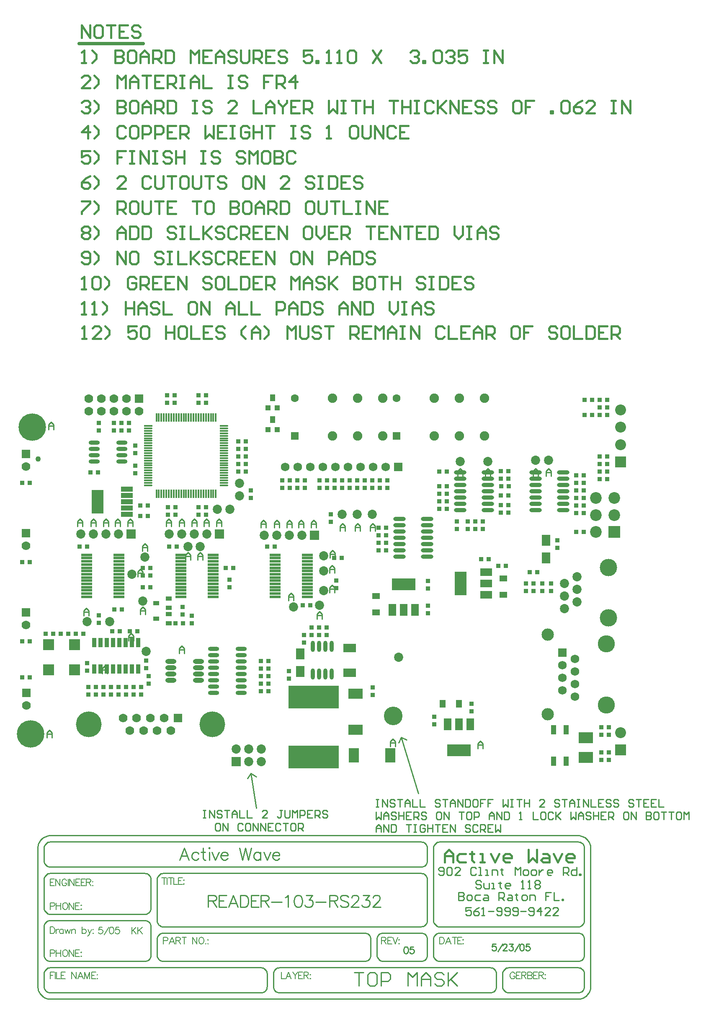
<source format=gts>
%FSLAX24Y24*%
%MOIN*%
G70*
G01*
G75*
%ADD10C,0.0080*%
%ADD11R,0.0550X0.0400*%
%ADD12R,0.0300X0.0300*%
%ADD13R,0.0900X0.0550*%
%ADD14R,0.0900X0.1800*%
%ADD15R,0.0630X0.0118*%
%ADD16O,0.0630X0.0118*%
%ADD17O,0.0118X0.0630*%
%ADD18R,0.0780X0.0780*%
%ADD19R,0.0900X0.0350*%
%ADD20O,0.0800X0.0240*%
%ADD21R,0.0360X0.0500*%
%ADD22R,0.0360X0.0360*%
%ADD23R,0.1800X0.0900*%
%ADD24O,0.0900X0.0240*%
%ADD25R,0.0240X0.0700*%
%ADD26R,0.0800X0.0140*%
%ADD27O,0.0800X0.0300*%
%ADD28R,0.0400X0.0300*%
%ADD29R,0.1102X0.0790*%
%ADD30R,0.0550X0.0900*%
%ADD31R,0.0400X0.0550*%
%ADD32R,0.3949X0.1752*%
%ADD33R,0.0600X0.0800*%
%ADD34O,0.0240X0.0800*%
%ADD35R,0.0945X0.0591*%
%ADD36R,0.0350X0.0700*%
%ADD37R,0.1102X0.0709*%
%ADD38R,0.0709X0.1102*%
%ADD39C,0.0300*%
%ADD40C,0.0220*%
%ADD41C,0.0250*%
%ADD42C,0.0120*%
%ADD43C,0.0100*%
%ADD44C,0.0150*%
%ADD45C,0.0200*%
%ADD46C,0.0400*%
%ADD47C,0.0140*%
%ADD48C,0.0090*%
%ADD49C,0.0050*%
%ADD50R,0.0620X0.0620*%
%ADD51C,0.0620*%
%ADD52C,0.1967*%
%ADD53C,0.0650*%
%ADD54C,0.0550*%
%ADD55R,0.0650X0.0650*%
%ADD56R,0.0600X0.0600*%
%ADD57C,0.0600*%
%ADD58R,0.0520X0.0520*%
%ADD59C,0.0670*%
%ADD60C,0.2100*%
%ADD61C,0.1400*%
%ADD62C,0.1300*%
%ADD63C,0.1280*%
%ADD64C,0.0900*%
%ADD65C,0.0787*%
%ADD66R,0.0787X0.0787*%
%ADD67R,0.0850X0.0850*%
%ADD68C,0.0850*%
%ADD69C,0.0350*%
%ADD70C,0.0060*%
%ADD71C,0.0125*%
%ADD72R,0.0630X0.0480*%
%ADD73R,0.0380X0.0380*%
%ADD74R,0.0980X0.0630*%
%ADD75R,0.0980X0.1880*%
%ADD76R,0.0670X0.0158*%
%ADD77O,0.0670X0.0158*%
%ADD78O,0.0158X0.0670*%
%ADD79R,0.0860X0.0860*%
%ADD80R,0.0980X0.0430*%
%ADD81O,0.0880X0.0320*%
%ADD82R,0.0440X0.0580*%
%ADD83R,0.0440X0.0440*%
%ADD84R,0.1880X0.0980*%
%ADD85O,0.0980X0.0320*%
%ADD86R,0.0320X0.0780*%
%ADD87R,0.0880X0.0220*%
%ADD88O,0.0880X0.0380*%
%ADD89R,0.0480X0.0380*%
%ADD90R,0.1182X0.0870*%
%ADD91R,0.0630X0.0980*%
%ADD92R,0.0480X0.0630*%
%ADD93R,0.4029X0.1832*%
%ADD94R,0.0680X0.0880*%
%ADD95O,0.0320X0.0880*%
%ADD96R,0.1025X0.0671*%
%ADD97R,0.0430X0.0780*%
%ADD98R,0.1182X0.0789*%
%ADD99R,0.0789X0.1182*%
%ADD100R,0.0700X0.0700*%
%ADD101C,0.0700*%
%ADD102C,0.2047*%
%ADD103C,0.0730*%
%ADD104C,0.0630*%
%ADD105R,0.0730X0.0730*%
%ADD106R,0.0680X0.0680*%
%ADD107C,0.0680*%
%ADD108C,0.0750*%
%ADD109C,0.2180*%
%ADD110C,0.1480*%
%ADD111C,0.1380*%
%ADD112C,0.1360*%
%ADD113C,0.0980*%
%ADD114C,0.0867*%
%ADD115R,0.0867X0.0867*%
%ADD116R,0.0930X0.0930*%
%ADD117C,0.0930*%
%ADD118C,0.0430*%
D10*
X83586Y46964D02*
X83332D01*
X83306Y46736D01*
X83332Y46761D01*
X83408Y46787D01*
X83484D01*
X83560Y46761D01*
X83611Y46711D01*
X83636Y46634D01*
Y46584D01*
X83611Y46507D01*
X83560Y46457D01*
X83484Y46431D01*
X83408D01*
X83332Y46457D01*
X83306Y46482D01*
X83281Y46533D01*
X83756Y46355D02*
X84111Y46964D01*
X84299D02*
X84223Y46939D01*
X84172Y46863D01*
X84147Y46736D01*
Y46660D01*
X84172Y46533D01*
X84223Y46457D01*
X84299Y46431D01*
X84350D01*
X84426Y46457D01*
X84477Y46533D01*
X84502Y46660D01*
Y46736D01*
X84477Y46863D01*
X84426Y46939D01*
X84350Y46964D01*
X84299D01*
X84926D02*
X84672D01*
X84647Y46736D01*
X84672Y46761D01*
X84748Y46787D01*
X84825D01*
X84901Y46761D01*
X84952Y46711D01*
X84977Y46634D01*
Y46584D01*
X84952Y46507D01*
X84901Y46457D01*
X84825Y46431D01*
X84748D01*
X84672Y46457D01*
X84647Y46482D01*
X84622Y46533D01*
X85934Y46964D02*
Y46431D01*
X86290Y46964D02*
X85934Y46609D01*
X86061Y46736D02*
X86290Y46431D01*
X86409Y46964D02*
Y46431D01*
X86765Y46964D02*
X86409Y46609D01*
X86536Y46736D02*
X86765Y46431D01*
D41*
X81762Y117224D02*
X86862D01*
D43*
X103662Y43350D02*
X104373D01*
X104017D01*
Y42284D01*
X105261Y43350D02*
X104906D01*
X104728Y43172D01*
Y42461D01*
X104906Y42284D01*
X105261D01*
X105439Y42461D01*
Y43172D01*
X105261Y43350D01*
X105795Y42284D02*
Y43350D01*
X106328D01*
X106506Y43172D01*
Y42817D01*
X106328Y42639D01*
X105795D01*
X107927Y42284D02*
Y43350D01*
X108283Y42994D01*
X108638Y43350D01*
Y42284D01*
X108994D02*
Y42994D01*
X109349Y43350D01*
X109704Y42994D01*
Y42284D01*
Y42817D01*
X108994D01*
X110771Y43172D02*
X110593Y43350D01*
X110238D01*
X110060Y43172D01*
Y42994D01*
X110238Y42817D01*
X110593D01*
X110771Y42639D01*
Y42461D01*
X110593Y42284D01*
X110238D01*
X110060Y42461D01*
X111126Y43350D02*
Y42284D01*
Y42639D01*
X111837Y43350D01*
X111304Y42817D01*
X111837Y42284D01*
X96701Y43242D02*
X96692Y43339D01*
X96663Y43433D01*
X96617Y43520D01*
X96555Y43595D01*
X96479Y43658D01*
X96393Y43704D01*
X96299Y43732D01*
X96201Y43742D01*
X96213Y41742D02*
X96310Y41750D01*
X96403Y41777D01*
X96489Y41823D01*
X96564Y41885D01*
X96624Y41961D01*
X96669Y42048D01*
X96695Y42142D01*
X96701Y42239D01*
X97701Y43742D02*
X97604Y43732D01*
X97510Y43704D01*
X97423Y43658D01*
X97348Y43595D01*
X97285Y43520D01*
X97239Y43433D01*
X97211Y43339D01*
X97201Y43242D01*
Y42242D02*
X97211Y42145D01*
X97238Y42052D01*
X97284Y41967D01*
X97345Y41891D01*
X97419Y41829D01*
X97504Y41782D01*
X97596Y41753D01*
X97692Y41742D01*
X114951Y43242D02*
X114942Y43339D01*
X114913Y43433D01*
X114867Y43520D01*
X114805Y43595D01*
X114729Y43658D01*
X114643Y43704D01*
X114549Y43732D01*
X114451Y43742D01*
X114463Y41742D02*
X114560Y41750D01*
X114653Y41777D01*
X114739Y41823D01*
X114814Y41885D01*
X114874Y41961D01*
X114919Y42048D01*
X114945Y42142D01*
X114951Y42239D01*
X115451Y42232D02*
X115461Y42135D01*
X115489Y42042D01*
X115536Y41957D01*
X115598Y41882D01*
X115673Y41821D01*
X115760Y41777D01*
X115853Y41750D01*
X115950Y41742D01*
X115951Y43742D02*
X115854Y43732D01*
X115760Y43704D01*
X115673Y43658D01*
X115598Y43595D01*
X115535Y43520D01*
X115489Y43433D01*
X115461Y43339D01*
X115451Y43242D01*
X87451Y50752D02*
X87442Y50847D01*
X87414Y50939D01*
X87369Y51024D01*
X87308Y51098D01*
X87233Y51159D01*
X87149Y51205D01*
X87057Y51232D01*
X86961Y51242D01*
X86971Y47992D02*
X87065Y48001D01*
X87155Y48028D01*
X87238Y48073D01*
X87311Y48132D01*
X87370Y48205D01*
X87415Y48288D01*
X87442Y48378D01*
X87451Y48472D01*
Y47002D02*
X87441Y47099D01*
X87412Y47193D01*
X87365Y47279D01*
X87302Y47354D01*
X87224Y47415D01*
X87137Y47459D01*
X87042Y47485D01*
X86944Y47491D01*
X87951Y47482D02*
X87961Y47386D01*
X87988Y47294D01*
X88034Y47210D01*
X88095Y47135D01*
X88169Y47074D01*
X88254Y47029D01*
X88346Y47001D01*
X88441Y46992D01*
X87951Y44732D02*
X87961Y44636D01*
X87988Y44544D01*
X88034Y44460D01*
X88095Y44385D01*
X88169Y44324D01*
X88254Y44279D01*
X88346Y44251D01*
X88441Y44242D01*
X86961D02*
X87057Y44251D01*
X87149Y44279D01*
X87233Y44324D01*
X87308Y44385D01*
X87369Y44460D01*
X87414Y44544D01*
X87442Y44636D01*
X87451Y44732D01*
X104951Y46002D02*
X104942Y46097D01*
X104914Y46189D01*
X104869Y46274D01*
X104808Y46348D01*
X104733Y46409D01*
X104649Y46455D01*
X104557Y46482D01*
X104461Y46492D01*
Y44242D02*
X104558Y44251D01*
X104651Y44280D01*
X104736Y44326D01*
X104811Y44388D01*
X104872Y44464D01*
X104916Y44550D01*
X104943Y44644D01*
X104951Y44740D01*
X105451Y44752D02*
X105461Y44653D01*
X105489Y44559D01*
X105535Y44471D01*
X105597Y44394D01*
X105673Y44331D01*
X105760Y44283D01*
X105854Y44253D01*
X105952Y44242D01*
X105931Y46492D02*
X105834Y46482D01*
X105742Y46453D01*
X105657Y46406D01*
X105583Y46342D01*
X105524Y46265D01*
X105481Y46178D01*
X105457Y46084D01*
X105452Y45987D01*
X88451Y46492D02*
X88354Y46482D01*
X88260Y46454D01*
X88173Y46408D01*
X88098Y46345D01*
X88035Y46270D01*
X87989Y46183D01*
X87961Y46089D01*
X87951Y45992D01*
X88451Y51242D02*
X88354Y51232D01*
X88260Y51204D01*
X88173Y51158D01*
X88098Y51095D01*
X88035Y51020D01*
X87989Y50933D01*
X87961Y50839D01*
X87951Y50742D01*
X78951Y44742D02*
X78961Y44645D01*
X78988Y44552D01*
X79034Y44467D01*
X79095Y44391D01*
X79169Y44329D01*
X79254Y44282D01*
X79346Y44253D01*
X79442Y44242D01*
X79451Y47492D02*
X79354Y47482D01*
X79260Y47454D01*
X79173Y47408D01*
X79098Y47345D01*
X79035Y47270D01*
X78989Y47183D01*
X78961Y47089D01*
X78951Y46992D01*
Y48492D02*
X78961Y48394D01*
X78989Y48300D01*
X79035Y48214D01*
X79098Y48138D01*
X79173Y48076D01*
X79260Y48030D01*
X79354Y48001D01*
X79451Y47992D01*
Y51242D02*
X79354Y51232D01*
X79260Y51204D01*
X79173Y51158D01*
X79098Y51095D01*
X79035Y51020D01*
X78989Y50933D01*
X78961Y50839D01*
X78951Y50742D01*
Y52242D02*
X78961Y52144D01*
X78989Y52050D01*
X79035Y51964D01*
X79098Y51888D01*
X79173Y51826D01*
X79260Y51780D01*
X79354Y51751D01*
X79451Y51742D01*
Y53742D02*
X79354Y53732D01*
X79260Y53704D01*
X79173Y53658D01*
X79098Y53595D01*
X79035Y53520D01*
X78989Y53433D01*
X78961Y53339D01*
X78951Y53242D01*
X109451D02*
X109442Y53339D01*
X109413Y53433D01*
X109367Y53520D01*
X109305Y53595D01*
X109229Y53658D01*
X109143Y53704D01*
X109049Y53732D01*
X108951Y53742D01*
X110451D02*
X110354Y53732D01*
X110260Y53704D01*
X110173Y53658D01*
X110098Y53595D01*
X110035Y53520D01*
X109989Y53433D01*
X109961Y53339D01*
X109951Y53242D01*
X108951Y51742D02*
X109049Y51751D01*
X109143Y51780D01*
X109229Y51826D01*
X109305Y51888D01*
X109367Y51964D01*
X109413Y52050D01*
X109442Y52144D01*
X109451Y52242D01*
Y50742D02*
X109442Y50839D01*
X109413Y50933D01*
X109367Y51020D01*
X109305Y51095D01*
X109229Y51158D01*
X109143Y51204D01*
X109049Y51232D01*
X108951Y51242D01*
X79451Y43742D02*
X79354Y43732D01*
X79260Y43704D01*
X79173Y43658D01*
X79098Y43595D01*
X79035Y43520D01*
X78989Y43433D01*
X78961Y43339D01*
X78951Y43242D01*
X108960Y46992D02*
X109056Y47003D01*
X109149Y47032D01*
X109234Y47079D01*
X109308Y47141D01*
X109369Y47217D01*
X109414Y47302D01*
X109442Y47395D01*
X109451Y47492D01*
X78951Y42242D02*
X78961Y42145D01*
X78988Y42052D01*
X79034Y41967D01*
X79095Y41891D01*
X79169Y41829D01*
X79254Y41782D01*
X79346Y41753D01*
X79442Y41742D01*
X109451Y46002D02*
X109442Y46097D01*
X109414Y46189D01*
X109369Y46274D01*
X109308Y46348D01*
X109233Y46409D01*
X109149Y46455D01*
X109057Y46482D01*
X108961Y46492D01*
X109951Y44732D02*
X109961Y44635D01*
X109989Y44542D01*
X110036Y44457D01*
X110098Y44382D01*
X110173Y44321D01*
X110260Y44277D01*
X110353Y44250D01*
X110450Y44242D01*
X108951Y44242D02*
X109049Y44251D01*
X109143Y44280D01*
X109229Y44326D01*
X109305Y44388D01*
X109367Y44464D01*
X109413Y44550D01*
X109442Y44644D01*
X109451Y44742D01*
X121451Y41742D02*
X121549Y41751D01*
X121643Y41780D01*
X121729Y41826D01*
X121805Y41888D01*
X121867Y41964D01*
X121913Y42050D01*
X121942Y42144D01*
X121951Y42242D01*
X121951Y43251D02*
X121940Y43347D01*
X121911Y43439D01*
X121864Y43524D01*
X121802Y43598D01*
X121726Y43659D01*
X121641Y43705D01*
X121548Y43733D01*
X121451Y43742D01*
Y44242D02*
X121549Y44251D01*
X121643Y44280D01*
X121729Y44326D01*
X121805Y44388D01*
X121867Y44464D01*
X121913Y44550D01*
X121942Y44644D01*
X121951Y44742D01*
Y53252D02*
X121941Y53349D01*
X121912Y53443D01*
X121865Y53529D01*
X121802Y53604D01*
X121724Y53665D01*
X121637Y53709D01*
X121542Y53735D01*
X121444Y53741D01*
X122451Y53242D02*
X122446Y53340D01*
X122432Y53437D01*
X122408Y53532D01*
X122375Y53624D01*
X122333Y53713D01*
X122283Y53797D01*
X122224Y53876D01*
X122158Y53949D01*
X122086Y54015D01*
X122007Y54073D01*
X121923Y54124D01*
X121834Y54166D01*
X121741Y54199D01*
X121646Y54223D01*
X121549Y54237D01*
X121451Y54242D01*
Y41242D02*
X121549Y41247D01*
X121646Y41261D01*
X121741Y41285D01*
X121834Y41318D01*
X121923Y41360D01*
X122007Y41410D01*
X122086Y41469D01*
X122158Y41535D01*
X122224Y41607D01*
X122283Y41686D01*
X122333Y41770D01*
X122375Y41859D01*
X122408Y41952D01*
X122432Y42047D01*
X122446Y42144D01*
X122451Y42242D01*
X78451Y42252D02*
X78456Y42154D01*
X78470Y42057D01*
X78494Y41962D01*
X78526Y41869D01*
X78568Y41781D01*
X78618Y41696D01*
X78676Y41617D01*
X78741Y41544D01*
X78813Y41477D01*
X78891Y41418D01*
X78974Y41367D01*
X79062Y41324D01*
X79154Y41290D01*
X79249Y41264D01*
X79346Y41248D01*
X79444Y41242D01*
X79451Y54242D02*
X79353Y54237D01*
X79256Y54223D01*
X79161Y54199D01*
X79069Y54166D01*
X78980Y54124D01*
X78896Y54073D01*
X78817Y54015D01*
X78744Y53949D01*
X78678Y53876D01*
X78620Y53797D01*
X78569Y53713D01*
X78527Y53624D01*
X78494Y53532D01*
X78470Y53437D01*
X78456Y53340D01*
X78451Y53242D01*
X109951Y47492D02*
X109961Y47394D01*
X109989Y47300D01*
X110035Y47214D01*
X110098Y47138D01*
X110173Y47076D01*
X110260Y47030D01*
X110354Y47001D01*
X110451Y46992D01*
X121451D02*
X121549Y47001D01*
X121643Y47030D01*
X121729Y47076D01*
X121805Y47138D01*
X121867Y47214D01*
X121913Y47300D01*
X121942Y47394D01*
X121951Y47492D01*
X110451Y46492D02*
X110354Y46482D01*
X110260Y46454D01*
X110173Y46408D01*
X110098Y46345D01*
X110035Y46270D01*
X109989Y46183D01*
X109961Y46089D01*
X109951Y45992D01*
X121951Y46002D02*
X121942Y46097D01*
X121914Y46189D01*
X121869Y46274D01*
X121808Y46348D01*
X121733Y46409D01*
X121649Y46455D01*
X121557Y46482D01*
X121461Y46492D01*
X97701Y41742D02*
X114451D01*
X79451D02*
X96201D01*
X79451Y43742D02*
X96201D01*
X97701D02*
X114451D01*
X115951Y41742D02*
X121451D01*
X115951Y43742D02*
X121451D01*
X79451Y53742D02*
X108951D01*
X79451Y41242D02*
X121451D01*
X79451Y54242D02*
X121451D01*
X79451Y44242D02*
X86951D01*
X79451Y47492D02*
X86951D01*
X79451Y47992D02*
X86951D01*
X79451Y51242D02*
X86951D01*
X79451Y51742D02*
X108951D01*
X88451Y51242D02*
X108951D01*
X88451Y46492D02*
X104451D01*
X88451Y44242D02*
X104451D01*
X105951D02*
X108951D01*
X105951Y46492D02*
X108951D01*
X110451Y44242D02*
X121451D01*
X110451Y53742D02*
X121451D01*
X88451Y46992D02*
X108951D01*
X110451D02*
X121451D01*
X110451Y46492D02*
X121451D01*
X96701Y42242D02*
Y43242D01*
X97201Y42242D02*
Y43242D01*
X114951Y42242D02*
Y43242D01*
X115451Y42242D02*
Y43242D01*
X122451Y42242D02*
Y53242D01*
X78951Y44742D02*
Y46992D01*
X87451Y44742D02*
Y46992D01*
X78951Y48492D02*
Y50742D01*
X87451Y48492D02*
Y50742D01*
X78951Y52242D02*
Y53242D01*
X109451Y52242D02*
Y53242D01*
Y47492D02*
Y50742D01*
X87951Y47492D02*
Y50742D01*
X104951Y44742D02*
Y45992D01*
X87951Y44742D02*
Y45992D01*
X105451Y44742D02*
Y45992D01*
X109451Y44742D02*
Y45992D01*
X121951Y42242D02*
Y43242D01*
X78951Y42242D02*
Y43242D01*
X78451Y42242D02*
Y53242D01*
X109951Y47492D02*
Y53242D01*
X121951Y47492D02*
Y53242D01*
X109951Y44742D02*
Y45992D01*
X121951Y44742D02*
Y46002D01*
X113739Y50567D02*
X113632Y50673D01*
X113419D01*
X113312Y50567D01*
Y50460D01*
X113419Y50353D01*
X113632D01*
X113739Y50247D01*
Y50140D01*
X113632Y50034D01*
X113419D01*
X113312Y50140D01*
X113952Y50460D02*
Y50140D01*
X114058Y50034D01*
X114378D01*
Y50460D01*
X114592Y50034D02*
X114805D01*
X114698D01*
Y50460D01*
X114592D01*
X115231Y50567D02*
Y50460D01*
X115125D01*
X115338D01*
X115231D01*
Y50140D01*
X115338Y50034D01*
X115978D02*
X115765D01*
X115658Y50140D01*
Y50353D01*
X115765Y50460D01*
X115978D01*
X116084Y50353D01*
Y50247D01*
X115658D01*
X116937Y50034D02*
X117151D01*
X117044D01*
Y50673D01*
X116937Y50567D01*
X117471Y50034D02*
X117684D01*
X117577D01*
Y50673D01*
X117471Y50567D01*
X118004D02*
X118110Y50673D01*
X118324D01*
X118430Y50567D01*
Y50460D01*
X118324Y50353D01*
X118430Y50247D01*
Y50140D01*
X118324Y50034D01*
X118110D01*
X118004Y50140D01*
Y50247D01*
X118110Y50353D01*
X118004Y50460D01*
Y50567D01*
X118110Y50353D02*
X118324D01*
X112939Y48523D02*
X112512D01*
Y48203D01*
X112725Y48310D01*
X112832D01*
X112939Y48203D01*
Y47990D01*
X112832Y47884D01*
X112619D01*
X112512Y47990D01*
X113578Y48523D02*
X113365Y48417D01*
X113152Y48203D01*
Y47990D01*
X113258Y47884D01*
X113472D01*
X113578Y47990D01*
Y48097D01*
X113472Y48203D01*
X113152D01*
X113792Y47884D02*
X114005D01*
X113898D01*
Y48523D01*
X113792Y48417D01*
X114325Y48203D02*
X114751D01*
X114965Y47990D02*
X115071Y47884D01*
X115284D01*
X115391Y47990D01*
Y48417D01*
X115284Y48523D01*
X115071D01*
X114965Y48417D01*
Y48310D01*
X115071Y48203D01*
X115391D01*
X115604Y47990D02*
X115711Y47884D01*
X115924D01*
X116031Y47990D01*
Y48417D01*
X115924Y48523D01*
X115711D01*
X115604Y48417D01*
Y48310D01*
X115711Y48203D01*
X116031D01*
X116244Y47990D02*
X116351Y47884D01*
X116564D01*
X116671Y47990D01*
Y48417D01*
X116564Y48523D01*
X116351D01*
X116244Y48417D01*
Y48310D01*
X116351Y48203D01*
X116671D01*
X116884D02*
X117310D01*
X117524Y47990D02*
X117630Y47884D01*
X117844D01*
X117950Y47990D01*
Y48417D01*
X117844Y48523D01*
X117630D01*
X117524Y48417D01*
Y48310D01*
X117630Y48203D01*
X117950D01*
X118483Y47884D02*
Y48523D01*
X118163Y48203D01*
X118590D01*
X119230Y47884D02*
X118803D01*
X119230Y48310D01*
Y48417D01*
X119123Y48523D01*
X118910D01*
X118803Y48417D01*
X119870Y47884D02*
X119443D01*
X119870Y48310D01*
Y48417D01*
X119763Y48523D01*
X119550D01*
X119443Y48417D01*
X110362Y51190D02*
X110469Y51084D01*
X110682D01*
X110789Y51190D01*
Y51617D01*
X110682Y51723D01*
X110469D01*
X110362Y51617D01*
Y51510D01*
X110469Y51403D01*
X110789D01*
X111002Y51617D02*
X111108Y51723D01*
X111322D01*
X111428Y51617D01*
Y51190D01*
X111322Y51084D01*
X111108D01*
X111002Y51190D01*
Y51617D01*
X112068Y51084D02*
X111642D01*
X112068Y51510D01*
Y51617D01*
X111961Y51723D01*
X111748D01*
X111642Y51617D01*
X113348D02*
X113241Y51723D01*
X113028D01*
X112921Y51617D01*
Y51190D01*
X113028Y51084D01*
X113241D01*
X113348Y51190D01*
X113561Y51084D02*
X113774D01*
X113668D01*
Y51723D01*
X113561D01*
X114094Y51084D02*
X114307D01*
X114201D01*
Y51510D01*
X114094D01*
X114627Y51084D02*
Y51510D01*
X114947D01*
X115054Y51403D01*
Y51084D01*
X115374Y51617D02*
Y51510D01*
X115267D01*
X115480D01*
X115374D01*
Y51190D01*
X115480Y51084D01*
X116440D02*
Y51723D01*
X116653Y51510D01*
X116867Y51723D01*
Y51084D01*
X117186D02*
X117400D01*
X117506Y51190D01*
Y51403D01*
X117400Y51510D01*
X117186D01*
X117080Y51403D01*
Y51190D01*
X117186Y51084D01*
X117826D02*
X118040D01*
X118146Y51190D01*
Y51403D01*
X118040Y51510D01*
X117826D01*
X117720Y51403D01*
Y51190D01*
X117826Y51084D01*
X118359Y51510D02*
Y51084D01*
Y51297D01*
X118466Y51403D01*
X118573Y51510D01*
X118679D01*
X119319Y51084D02*
X119106D01*
X118999Y51190D01*
Y51403D01*
X119106Y51510D01*
X119319D01*
X119426Y51403D01*
Y51297D01*
X118999D01*
X120279Y51084D02*
Y51723D01*
X120599D01*
X120705Y51617D01*
Y51403D01*
X120599Y51297D01*
X120279D01*
X120492D02*
X120705Y51084D01*
X121345Y51723D02*
Y51084D01*
X121025D01*
X120919Y51190D01*
Y51403D01*
X121025Y51510D01*
X121345D01*
X121558Y51084D02*
Y51190D01*
X121665D01*
Y51084D01*
X121558D01*
X111962Y49723D02*
Y49084D01*
X112282D01*
X112389Y49190D01*
Y49297D01*
X112282Y49403D01*
X111962D01*
X112282D01*
X112389Y49510D01*
Y49617D01*
X112282Y49723D01*
X111962D01*
X112708Y49084D02*
X112922D01*
X113028Y49190D01*
Y49403D01*
X112922Y49510D01*
X112708D01*
X112602Y49403D01*
Y49190D01*
X112708Y49084D01*
X113668Y49510D02*
X113348D01*
X113242Y49403D01*
Y49190D01*
X113348Y49084D01*
X113668D01*
X113988Y49510D02*
X114201D01*
X114308Y49403D01*
Y49084D01*
X113988D01*
X113881Y49190D01*
X113988Y49297D01*
X114308D01*
X115161Y49084D02*
Y49723D01*
X115481D01*
X115587Y49617D01*
Y49403D01*
X115481Y49297D01*
X115161D01*
X115374D02*
X115587Y49084D01*
X115907Y49510D02*
X116121D01*
X116227Y49403D01*
Y49084D01*
X115907D01*
X115801Y49190D01*
X115907Y49297D01*
X116227D01*
X116547Y49617D02*
Y49510D01*
X116441D01*
X116654D01*
X116547D01*
Y49190D01*
X116654Y49084D01*
X117080D02*
X117294D01*
X117400Y49190D01*
Y49403D01*
X117294Y49510D01*
X117080D01*
X116974Y49403D01*
Y49190D01*
X117080Y49084D01*
X117613D02*
Y49510D01*
X117933D01*
X118040Y49403D01*
Y49084D01*
X119320Y49723D02*
X118893D01*
Y49403D01*
X119106D01*
X118893D01*
Y49084D01*
X119533Y49723D02*
Y49084D01*
X119959D01*
X120173D02*
Y49190D01*
X120279D01*
Y49084D01*
X120173D01*
X95424Y59192D02*
X95829Y56434D01*
X95424Y59192D02*
X95829Y58908D01*
X95140Y58787D02*
X95424Y59192D01*
X107374Y62059D02*
X108754Y57584D01*
X107374Y62059D02*
X107823Y61850D01*
X107165Y61611D02*
X107374Y62059D01*
X91624Y56259D02*
X91824D01*
X91724D01*
Y55659D01*
X91624D01*
X91824D01*
X92124D02*
Y56259D01*
X92524Y55659D01*
Y56259D01*
X93124Y56159D02*
X93024Y56259D01*
X92824D01*
X92724Y56159D01*
Y56059D01*
X92824Y55959D01*
X93024D01*
X93124Y55859D01*
Y55759D01*
X93024Y55659D01*
X92824D01*
X92724Y55759D01*
X93323Y56259D02*
X93723D01*
X93523D01*
Y55659D01*
X93923D02*
Y56059D01*
X94123Y56259D01*
X94323Y56059D01*
Y55659D01*
Y55959D01*
X93923D01*
X94523Y56259D02*
Y55659D01*
X94923D01*
X95123Y56259D02*
Y55659D01*
X95523D01*
X96722D02*
X96323D01*
X96722Y56059D01*
Y56159D01*
X96622Y56259D01*
X96422D01*
X96323Y56159D01*
X97922Y56259D02*
X97722D01*
X97822D01*
Y55759D01*
X97722Y55659D01*
X97622D01*
X97522Y55759D01*
X98122Y56259D02*
Y55759D01*
X98222Y55659D01*
X98422D01*
X98522Y55759D01*
Y56259D01*
X98722Y55659D02*
Y56259D01*
X98922Y56059D01*
X99122Y56259D01*
Y55659D01*
X99322D02*
Y56259D01*
X99621D01*
X99721Y56159D01*
Y55959D01*
X99621Y55859D01*
X99322D01*
X100321Y56259D02*
X99921D01*
Y55659D01*
X100321D01*
X99921Y55959D02*
X100121D01*
X100521Y55659D02*
Y56259D01*
X100821D01*
X100921Y56159D01*
Y55959D01*
X100821Y55859D01*
X100521D01*
X100721D02*
X100921Y55659D01*
X101521Y56159D02*
X101421Y56259D01*
X101221D01*
X101121Y56159D01*
Y56059D01*
X101221Y55959D01*
X101421D01*
X101521Y55859D01*
Y55759D01*
X101421Y55659D01*
X101221D01*
X101121Y55759D01*
X92874Y55209D02*
X92674D01*
X92574Y55109D01*
Y54709D01*
X92674Y54609D01*
X92874D01*
X92974Y54709D01*
Y55109D01*
X92874Y55209D01*
X93174Y54609D02*
Y55209D01*
X93574Y54609D01*
Y55209D01*
X94773Y55109D02*
X94673Y55209D01*
X94473D01*
X94373Y55109D01*
Y54709D01*
X94473Y54609D01*
X94673D01*
X94773Y54709D01*
X95273Y55209D02*
X95073D01*
X94973Y55109D01*
Y54709D01*
X95073Y54609D01*
X95273D01*
X95373Y54709D01*
Y55109D01*
X95273Y55209D01*
X95573Y54609D02*
Y55209D01*
X95973Y54609D01*
Y55209D01*
X96173Y54609D02*
Y55209D01*
X96573Y54609D01*
Y55209D01*
X97173D02*
X96773D01*
Y54609D01*
X97173D01*
X96773Y54909D02*
X96973D01*
X97772Y55109D02*
X97672Y55209D01*
X97472D01*
X97372Y55109D01*
Y54709D01*
X97472Y54609D01*
X97672D01*
X97772Y54709D01*
X97972Y55209D02*
X98372D01*
X98172D01*
Y54609D01*
X98872Y55209D02*
X98672D01*
X98572Y55109D01*
Y54709D01*
X98672Y54609D01*
X98872D01*
X98972Y54709D01*
Y55109D01*
X98872Y55209D01*
X99172Y54609D02*
Y55209D01*
X99472D01*
X99572Y55109D01*
Y54909D01*
X99472Y54809D01*
X99172D01*
X99372D02*
X99572Y54609D01*
X82124Y71709D02*
Y72109D01*
X82324Y72309D01*
X82524Y72109D01*
Y71709D01*
Y72009D01*
X82124D01*
X85674Y69709D02*
Y70109D01*
X85874Y70309D01*
X86074Y70109D01*
Y69709D01*
Y70009D01*
X85674D01*
X86624Y71809D02*
Y72209D01*
X86824Y72409D01*
X87024Y72209D01*
Y71809D01*
Y72109D01*
X86624D01*
X89724Y68709D02*
Y69109D01*
X89924Y69309D01*
X90124Y69109D01*
Y68709D01*
Y69009D01*
X89724D01*
X86424Y74809D02*
Y75209D01*
X86624Y75409D01*
X86824Y75209D01*
Y74809D01*
Y75109D01*
X86424D01*
X86774Y76859D02*
Y77259D01*
X86974Y77459D01*
X87174Y77259D01*
Y76859D01*
Y77159D01*
X86774D01*
X90224Y76159D02*
Y76559D01*
X90424Y76759D01*
X90624Y76559D01*
Y76159D01*
Y76459D01*
X90224D01*
X91174Y76159D02*
Y76559D01*
X91374Y76759D01*
X91574Y76559D01*
Y76159D01*
Y76459D01*
X91174D01*
X98424Y72909D02*
Y73309D01*
X98624Y73509D01*
X98824Y73309D01*
Y72909D01*
Y73209D01*
X98424D01*
X100674Y71459D02*
Y71859D01*
X100874Y72059D01*
X101074Y71859D01*
Y71459D01*
Y71759D01*
X100674D01*
X101674Y73559D02*
Y73959D01*
X101874Y74159D01*
X102074Y73959D01*
Y73559D01*
Y73859D01*
X101674D01*
Y75109D02*
Y75509D01*
X101874Y75709D01*
X102074Y75509D01*
Y75109D01*
Y75409D01*
X101674D01*
X101724Y76309D02*
Y76709D01*
X101924Y76909D01*
X102124Y76709D01*
Y76309D01*
Y76609D01*
X101724D01*
X102524Y78459D02*
Y78859D01*
X102724Y79059D01*
X102924Y78859D01*
Y78459D01*
Y78759D01*
X102524D01*
X103724Y78459D02*
Y78859D01*
X103924Y79059D01*
X104124Y78859D01*
Y78459D01*
Y78759D01*
X103724D01*
X104924Y78459D02*
Y78859D01*
X105124Y79059D01*
X105324Y78859D01*
Y78459D01*
Y78759D01*
X104924D01*
X111874Y82809D02*
Y83209D01*
X112074Y83409D01*
X112274Y83209D01*
Y82809D01*
Y83109D01*
X111874D01*
X114074Y82809D02*
Y83209D01*
X114274Y83409D01*
X114474Y83209D01*
Y82809D01*
Y83109D01*
X114074D01*
X117874Y82809D02*
Y83209D01*
X118074Y83409D01*
X118274Y83209D01*
Y82809D01*
Y83109D01*
X117874D01*
X118924Y82809D02*
Y83209D01*
X119124Y83409D01*
X119324Y83209D01*
Y82809D01*
Y83109D01*
X118924D01*
X113474Y61159D02*
Y61559D01*
X113674Y61759D01*
X113874Y61559D01*
Y61159D01*
Y61459D01*
X113474D01*
X106504Y61334D02*
Y61734D01*
X106704Y61934D01*
X106904Y61734D01*
Y61334D01*
Y61634D01*
X106504D01*
X79174Y62009D02*
Y62409D01*
X79374Y62609D01*
X79574Y62409D01*
Y62009D01*
Y62309D01*
X79174D01*
X79324Y86509D02*
Y86909D01*
X79524Y87109D01*
X79724Y86909D01*
Y86509D01*
Y86809D01*
X79324D01*
X105374Y57109D02*
X105574D01*
X105474D01*
Y56509D01*
X105374D01*
X105574D01*
X105874D02*
Y57109D01*
X106274Y56509D01*
Y57109D01*
X106874Y57009D02*
X106774Y57109D01*
X106574D01*
X106474Y57009D01*
Y56909D01*
X106574Y56809D01*
X106774D01*
X106874Y56709D01*
Y56609D01*
X106774Y56509D01*
X106574D01*
X106474Y56609D01*
X107073Y57109D02*
X107473D01*
X107273D01*
Y56509D01*
X107673D02*
Y56909D01*
X107873Y57109D01*
X108073Y56909D01*
Y56509D01*
Y56809D01*
X107673D01*
X108273Y57109D02*
Y56509D01*
X108673D01*
X108873Y57109D02*
Y56509D01*
X109273D01*
X110472Y57009D02*
X110372Y57109D01*
X110172D01*
X110073Y57009D01*
Y56909D01*
X110172Y56809D01*
X110372D01*
X110472Y56709D01*
Y56609D01*
X110372Y56509D01*
X110172D01*
X110073Y56609D01*
X110672Y57109D02*
X111072D01*
X110872D01*
Y56509D01*
X111272D02*
Y56909D01*
X111472Y57109D01*
X111672Y56909D01*
Y56509D01*
Y56809D01*
X111272D01*
X111872Y56509D02*
Y57109D01*
X112272Y56509D01*
Y57109D01*
X112472D02*
Y56509D01*
X112772D01*
X112872Y56609D01*
Y57009D01*
X112772Y57109D01*
X112472D01*
X113371D02*
X113172D01*
X113072Y57009D01*
Y56609D01*
X113172Y56509D01*
X113371D01*
X113471Y56609D01*
Y57009D01*
X113371Y57109D01*
X114071D02*
X113671D01*
Y56809D01*
X113871D01*
X113671D01*
Y56509D01*
X114671Y57109D02*
X114271D01*
Y56809D01*
X114471D01*
X114271D01*
Y56509D01*
X115471Y57109D02*
Y56509D01*
X115671Y56709D01*
X115871Y56509D01*
Y57109D01*
X116071D02*
X116271D01*
X116171D01*
Y56509D01*
X116071D01*
X116271D01*
X116570Y57109D02*
X116970D01*
X116770D01*
Y56509D01*
X117170Y57109D02*
Y56509D01*
Y56809D01*
X117570D01*
Y57109D01*
Y56509D01*
X118770D02*
X118370D01*
X118770Y56909D01*
Y57009D01*
X118670Y57109D01*
X118470D01*
X118370Y57009D01*
X119969D02*
X119869Y57109D01*
X119669D01*
X119569Y57009D01*
Y56909D01*
X119669Y56809D01*
X119869D01*
X119969Y56709D01*
Y56609D01*
X119869Y56509D01*
X119669D01*
X119569Y56609D01*
X120169Y57109D02*
X120569D01*
X120369D01*
Y56509D01*
X120769D02*
Y56909D01*
X120969Y57109D01*
X121169Y56909D01*
Y56509D01*
Y56809D01*
X120769D01*
X121369Y57109D02*
X121569D01*
X121469D01*
Y56509D01*
X121369D01*
X121569D01*
X121869D02*
Y57109D01*
X122269Y56509D01*
Y57109D01*
X122469D02*
Y56509D01*
X122868D01*
X123468Y57109D02*
X123068D01*
Y56509D01*
X123468D01*
X123068Y56809D02*
X123268D01*
X124068Y57009D02*
X123968Y57109D01*
X123768D01*
X123668Y57009D01*
Y56909D01*
X123768Y56809D01*
X123968D01*
X124068Y56709D01*
Y56609D01*
X123968Y56509D01*
X123768D01*
X123668Y56609D01*
X124668Y57009D02*
X124568Y57109D01*
X124368D01*
X124268Y57009D01*
Y56909D01*
X124368Y56809D01*
X124568D01*
X124668Y56709D01*
Y56609D01*
X124568Y56509D01*
X124368D01*
X124268Y56609D01*
X125867Y57009D02*
X125767Y57109D01*
X125568D01*
X125468Y57009D01*
Y56909D01*
X125568Y56809D01*
X125767D01*
X125867Y56709D01*
Y56609D01*
X125767Y56509D01*
X125568D01*
X125468Y56609D01*
X126067Y57109D02*
X126467D01*
X126267D01*
Y56509D01*
X127067Y57109D02*
X126667D01*
Y56509D01*
X127067D01*
X126667Y56809D02*
X126867D01*
X127667Y57109D02*
X127267D01*
Y56509D01*
X127667D01*
X127267Y56809D02*
X127467D01*
X127867Y57109D02*
Y56509D01*
X128267D01*
X105374Y56109D02*
Y55509D01*
X105574Y55709D01*
X105774Y55509D01*
Y56109D01*
X105974Y55509D02*
Y55909D01*
X106174Y56109D01*
X106374Y55909D01*
Y55509D01*
Y55809D01*
X105974D01*
X106974Y56009D02*
X106874Y56109D01*
X106674D01*
X106574Y56009D01*
Y55909D01*
X106674Y55809D01*
X106874D01*
X106974Y55709D01*
Y55609D01*
X106874Y55509D01*
X106674D01*
X106574Y55609D01*
X107173Y56109D02*
Y55509D01*
Y55809D01*
X107573D01*
Y56109D01*
Y55509D01*
X108173Y56109D02*
X107773D01*
Y55509D01*
X108173D01*
X107773Y55809D02*
X107973D01*
X108373Y55509D02*
Y56109D01*
X108673D01*
X108773Y56009D01*
Y55809D01*
X108673Y55709D01*
X108373D01*
X108573D02*
X108773Y55509D01*
X109373Y56009D02*
X109273Y56109D01*
X109073D01*
X108973Y56009D01*
Y55909D01*
X109073Y55809D01*
X109273D01*
X109373Y55709D01*
Y55609D01*
X109273Y55509D01*
X109073D01*
X108973Y55609D01*
X110472Y56109D02*
X110272D01*
X110172Y56009D01*
Y55609D01*
X110272Y55509D01*
X110472D01*
X110572Y55609D01*
Y56009D01*
X110472Y56109D01*
X110772Y55509D02*
Y56109D01*
X111172Y55509D01*
Y56109D01*
X111972D02*
X112372D01*
X112172D01*
Y55509D01*
X112872Y56109D02*
X112672D01*
X112572Y56009D01*
Y55609D01*
X112672Y55509D01*
X112872D01*
X112972Y55609D01*
Y56009D01*
X112872Y56109D01*
X113172Y55509D02*
Y56109D01*
X113471D01*
X113571Y56009D01*
Y55809D01*
X113471Y55709D01*
X113172D01*
X114371Y55509D02*
Y55909D01*
X114571Y56109D01*
X114771Y55909D01*
Y55509D01*
Y55809D01*
X114371D01*
X114971Y55509D02*
Y56109D01*
X115371Y55509D01*
Y56109D01*
X115571D02*
Y55509D01*
X115871D01*
X115971Y55609D01*
Y56009D01*
X115871Y56109D01*
X115571D01*
X116770Y55509D02*
X116970D01*
X116870D01*
Y56109D01*
X116770Y56009D01*
X117870Y56109D02*
Y55509D01*
X118270D01*
X118770Y56109D02*
X118570D01*
X118470Y56009D01*
Y55609D01*
X118570Y55509D01*
X118770D01*
X118870Y55609D01*
Y56009D01*
X118770Y56109D01*
X119469Y56009D02*
X119370Y56109D01*
X119170D01*
X119070Y56009D01*
Y55609D01*
X119170Y55509D01*
X119370D01*
X119469Y55609D01*
X119669Y56109D02*
Y55509D01*
Y55709D01*
X120069Y56109D01*
X119769Y55809D01*
X120069Y55509D01*
X120869Y56109D02*
Y55509D01*
X121069Y55709D01*
X121269Y55509D01*
Y56109D01*
X121469Y55509D02*
Y55909D01*
X121669Y56109D01*
X121869Y55909D01*
Y55509D01*
Y55809D01*
X121469D01*
X122469Y56009D02*
X122369Y56109D01*
X122169D01*
X122069Y56009D01*
Y55909D01*
X122169Y55809D01*
X122369D01*
X122469Y55709D01*
Y55609D01*
X122369Y55509D01*
X122169D01*
X122069Y55609D01*
X122668Y56109D02*
Y55509D01*
Y55809D01*
X123068D01*
Y56109D01*
Y55509D01*
X123668Y56109D02*
X123268D01*
Y55509D01*
X123668D01*
X123268Y55809D02*
X123468D01*
X123868Y55509D02*
Y56109D01*
X124168D01*
X124268Y56009D01*
Y55809D01*
X124168Y55709D01*
X123868D01*
X124068D02*
X124268Y55509D01*
X125368Y56109D02*
X125168D01*
X125068Y56009D01*
Y55609D01*
X125168Y55509D01*
X125368D01*
X125468Y55609D01*
Y56009D01*
X125368Y56109D01*
X125667Y55509D02*
Y56109D01*
X126067Y55509D01*
Y56109D01*
X126867D02*
Y55509D01*
X127167D01*
X127267Y55609D01*
Y55709D01*
X127167Y55809D01*
X126867D01*
X127167D01*
X127267Y55909D01*
Y56009D01*
X127167Y56109D01*
X126867D01*
X127767D02*
X127567D01*
X127467Y56009D01*
Y55609D01*
X127567Y55509D01*
X127767D01*
X127867Y55609D01*
Y56009D01*
X127767Y56109D01*
X128067D02*
X128467D01*
X128267D01*
Y55509D01*
X128667Y56109D02*
X129066D01*
X128866D01*
Y55509D01*
X129566Y56109D02*
X129366D01*
X129266Y56009D01*
Y55609D01*
X129366Y55509D01*
X129566D01*
X129666Y55609D01*
Y56009D01*
X129566Y56109D01*
X129866Y55509D02*
Y56109D01*
X130066Y55909D01*
X130266Y56109D01*
Y55509D01*
X105374Y54509D02*
Y54909D01*
X105574Y55109D01*
X105774Y54909D01*
Y54509D01*
Y54809D01*
X105374D01*
X105974Y54509D02*
Y55109D01*
X106374Y54509D01*
Y55109D01*
X106574D02*
Y54509D01*
X106874D01*
X106974Y54609D01*
Y55009D01*
X106874Y55109D01*
X106574D01*
X107773D02*
X108173D01*
X107973D01*
Y54509D01*
X108373Y55109D02*
X108573D01*
X108473D01*
Y54509D01*
X108373D01*
X108573D01*
X109273Y55009D02*
X109173Y55109D01*
X108973D01*
X108873Y55009D01*
Y54609D01*
X108973Y54509D01*
X109173D01*
X109273Y54609D01*
Y54809D01*
X109073D01*
X109473Y55109D02*
Y54509D01*
Y54809D01*
X109873D01*
Y55109D01*
Y54509D01*
X110073Y55109D02*
X110472D01*
X110272D01*
Y54509D01*
X111072Y55109D02*
X110672D01*
Y54509D01*
X111072D01*
X110672Y54809D02*
X110872D01*
X111272Y54509D02*
Y55109D01*
X111672Y54509D01*
Y55109D01*
X112872Y55009D02*
X112772Y55109D01*
X112572D01*
X112472Y55009D01*
Y54909D01*
X112572Y54809D01*
X112772D01*
X112872Y54709D01*
Y54609D01*
X112772Y54509D01*
X112572D01*
X112472Y54609D01*
X113471Y55009D02*
X113371Y55109D01*
X113172D01*
X113072Y55009D01*
Y54609D01*
X113172Y54509D01*
X113371D01*
X113471Y54609D01*
X113671Y54509D02*
Y55109D01*
X113971D01*
X114071Y55009D01*
Y54809D01*
X113971Y54709D01*
X113671D01*
X113871D02*
X114071Y54509D01*
X114671Y55109D02*
X114271D01*
Y54509D01*
X114671D01*
X114271Y54809D02*
X114471D01*
X114871Y55109D02*
Y54509D01*
X115071Y54709D01*
X115271Y54509D01*
Y55109D01*
X81624Y78809D02*
Y79209D01*
X81824Y79409D01*
X82024Y79209D01*
Y78809D01*
Y79109D01*
X81624D01*
X82674Y78809D02*
Y79209D01*
X82874Y79409D01*
X83074Y79209D01*
Y78809D01*
Y79109D01*
X82674D01*
X83674Y78809D02*
Y79209D01*
X83874Y79409D01*
X84074Y79209D01*
Y78809D01*
Y79109D01*
X83674D01*
X84624Y78809D02*
Y79209D01*
X84824Y79409D01*
X85024Y79209D01*
Y78809D01*
Y79109D01*
X84624D01*
X85624Y78809D02*
Y79209D01*
X85824Y79409D01*
X86024Y79209D01*
Y78809D01*
Y79109D01*
X85624D01*
X88674Y78809D02*
Y79209D01*
X88874Y79409D01*
X89074Y79209D01*
Y78809D01*
Y79109D01*
X88674D01*
X89724Y78809D02*
Y79209D01*
X89924Y79409D01*
X90124Y79209D01*
Y78809D01*
Y79109D01*
X89724D01*
X90724Y78809D02*
Y79209D01*
X90924Y79409D01*
X91124Y79209D01*
Y78809D01*
Y79109D01*
X90724D01*
X91674Y78809D02*
Y79209D01*
X91874Y79409D01*
X92074Y79209D01*
Y78809D01*
Y79109D01*
X91674D01*
X92674Y78809D02*
Y79209D01*
X92874Y79409D01*
X93074Y79209D01*
Y78809D01*
Y79109D01*
X92674D01*
X96224Y78709D02*
Y79109D01*
X96424Y79309D01*
X96624Y79109D01*
Y78709D01*
Y79009D01*
X96224D01*
X97274Y78709D02*
Y79109D01*
X97474Y79309D01*
X97674Y79109D01*
Y78709D01*
Y79009D01*
X97274D01*
X98274Y78709D02*
Y79109D01*
X98474Y79309D01*
X98674Y79109D01*
Y78709D01*
Y79009D01*
X98274D01*
X99224Y78709D02*
Y79109D01*
X99424Y79309D01*
X99624Y79109D01*
Y78709D01*
Y79009D01*
X99224D01*
X100224Y78709D02*
Y79109D01*
X100424Y79309D01*
X100624Y79109D01*
Y78709D01*
Y79009D01*
X100224D01*
X83579Y67134D02*
Y67534D01*
X83779Y67734D01*
X83979Y67534D01*
Y67134D01*
Y67434D01*
X83579D01*
D44*
X110862Y52134D02*
Y52800D01*
X111195Y53133D01*
X111528Y52800D01*
Y52134D01*
Y52633D01*
X110862D01*
X112528Y52800D02*
X112028D01*
X111862Y52633D01*
Y52300D01*
X112028Y52134D01*
X112528D01*
X113028Y52967D02*
Y52800D01*
X112861D01*
X113195D01*
X113028D01*
Y52300D01*
X113195Y52134D01*
X113694D02*
X114028D01*
X113861D01*
Y52800D01*
X113694D01*
X114527D02*
X114861Y52134D01*
X115194Y52800D01*
X116027Y52134D02*
X115694D01*
X115527Y52300D01*
Y52633D01*
X115694Y52800D01*
X116027D01*
X116194Y52633D01*
Y52467D01*
X115527D01*
X117527Y53133D02*
Y52134D01*
X117860Y52467D01*
X118193Y52134D01*
Y53133D01*
X118693Y52800D02*
X119026D01*
X119193Y52633D01*
Y52134D01*
X118693D01*
X118526Y52300D01*
X118693Y52467D01*
X119193D01*
X119526Y52800D02*
X119859Y52134D01*
X120192Y52800D01*
X121025Y52134D02*
X120692D01*
X120526Y52300D01*
Y52633D01*
X120692Y52800D01*
X121025D01*
X121192Y52633D01*
Y52467D01*
X120526D01*
X81974Y93759D02*
X82307D01*
X82141D01*
Y94759D01*
X81974Y94592D01*
X83474Y93759D02*
X82807D01*
X83474Y94426D01*
Y94592D01*
X83307Y94759D01*
X82974D01*
X82807Y94592D01*
X83807Y93759D02*
X84140Y94093D01*
Y94426D01*
X83807Y94759D01*
X86306D02*
X85640D01*
Y94259D01*
X85973Y94426D01*
X86139D01*
X86306Y94259D01*
Y93926D01*
X86139Y93759D01*
X85806D01*
X85640Y93926D01*
X86639Y94592D02*
X86806Y94759D01*
X87139D01*
X87306Y94592D01*
Y93926D01*
X87139Y93759D01*
X86806D01*
X86639Y93926D01*
Y94592D01*
X88639Y94759D02*
Y93759D01*
Y94259D01*
X89305D01*
Y94759D01*
Y93759D01*
X90138Y94759D02*
X89805D01*
X89638Y94592D01*
Y93926D01*
X89805Y93759D01*
X90138D01*
X90305Y93926D01*
Y94592D01*
X90138Y94759D01*
X90638D02*
Y93759D01*
X91304D01*
X92304Y94759D02*
X91638D01*
Y93759D01*
X92304D01*
X91638Y94259D02*
X91971D01*
X93304Y94592D02*
X93137Y94759D01*
X92804D01*
X92637Y94592D01*
Y94426D01*
X92804Y94259D01*
X93137D01*
X93304Y94093D01*
Y93926D01*
X93137Y93759D01*
X92804D01*
X92637Y93926D01*
X94970Y93759D02*
X94637Y94093D01*
Y94426D01*
X94970Y94759D01*
X95470Y93759D02*
Y94426D01*
X95803Y94759D01*
X96136Y94426D01*
Y93759D01*
Y94259D01*
X95470D01*
X96469Y93759D02*
X96803Y94093D01*
Y94426D01*
X96469Y94759D01*
X98302Y93759D02*
Y94759D01*
X98635Y94426D01*
X98969Y94759D01*
Y93759D01*
X99302Y94759D02*
Y93926D01*
X99468Y93759D01*
X99802D01*
X99968Y93926D01*
Y94759D01*
X100968Y94592D02*
X100801Y94759D01*
X100468D01*
X100301Y94592D01*
Y94426D01*
X100468Y94259D01*
X100801D01*
X100968Y94093D01*
Y93926D01*
X100801Y93759D01*
X100468D01*
X100301Y93926D01*
X101301Y94759D02*
X101968D01*
X101634D01*
Y93759D01*
X103300D02*
Y94759D01*
X103800D01*
X103967Y94592D01*
Y94259D01*
X103800Y94093D01*
X103300D01*
X103634D02*
X103967Y93759D01*
X104967Y94759D02*
X104300D01*
Y93759D01*
X104967D01*
X104300Y94259D02*
X104633D01*
X105300Y93759D02*
Y94759D01*
X105633Y94426D01*
X105966Y94759D01*
Y93759D01*
X106300D02*
Y94426D01*
X106633Y94759D01*
X106966Y94426D01*
Y93759D01*
Y94259D01*
X106300D01*
X107299Y94759D02*
X107632D01*
X107466D01*
Y93759D01*
X107299D01*
X107632D01*
X108132D02*
Y94759D01*
X108799Y93759D01*
Y94759D01*
X110798Y94592D02*
X110631Y94759D01*
X110298D01*
X110132Y94592D01*
Y93926D01*
X110298Y93759D01*
X110631D01*
X110798Y93926D01*
X111131Y94759D02*
Y93759D01*
X111798D01*
X112797Y94759D02*
X112131D01*
Y93759D01*
X112797D01*
X112131Y94259D02*
X112464D01*
X113131Y93759D02*
Y94426D01*
X113464Y94759D01*
X113797Y94426D01*
Y93759D01*
Y94259D01*
X113131D01*
X114130Y93759D02*
Y94759D01*
X114630D01*
X114797Y94592D01*
Y94259D01*
X114630Y94093D01*
X114130D01*
X114464D02*
X114797Y93759D01*
X116630Y94759D02*
X116296D01*
X116130Y94592D01*
Y93926D01*
X116296Y93759D01*
X116630D01*
X116796Y93926D01*
Y94592D01*
X116630Y94759D01*
X117796D02*
X117129D01*
Y94259D01*
X117463D01*
X117129D01*
Y93759D01*
X119795Y94592D02*
X119629Y94759D01*
X119295D01*
X119129Y94592D01*
Y94426D01*
X119295Y94259D01*
X119629D01*
X119795Y94093D01*
Y93926D01*
X119629Y93759D01*
X119295D01*
X119129Y93926D01*
X120628Y94759D02*
X120295D01*
X120128Y94592D01*
Y93926D01*
X120295Y93759D01*
X120628D01*
X120795Y93926D01*
Y94592D01*
X120628Y94759D01*
X121128D02*
Y93759D01*
X121795D01*
X122128Y94759D02*
Y93759D01*
X122628D01*
X122794Y93926D01*
Y94592D01*
X122628Y94759D01*
X122128D01*
X123794D02*
X123127D01*
Y93759D01*
X123794D01*
X123127Y94259D02*
X123461D01*
X124127Y93759D02*
Y94759D01*
X124627D01*
X124794Y94592D01*
Y94259D01*
X124627Y94093D01*
X124127D01*
X124460D02*
X124794Y93759D01*
X81962Y97674D02*
X82295D01*
X82129D01*
Y98673D01*
X81962Y98507D01*
X82795D02*
X82962Y98673D01*
X83295D01*
X83462Y98507D01*
Y97840D01*
X83295Y97674D01*
X82962D01*
X82795Y97840D01*
Y98507D01*
X83795Y97674D02*
X84128Y98007D01*
Y98340D01*
X83795Y98673D01*
X86294Y98507D02*
X86127Y98673D01*
X85794D01*
X85627Y98507D01*
Y97840D01*
X85794Y97674D01*
X86127D01*
X86294Y97840D01*
Y98173D01*
X85961D01*
X86627Y97674D02*
Y98673D01*
X87127D01*
X87294Y98507D01*
Y98173D01*
X87127Y98007D01*
X86627D01*
X86960D02*
X87294Y97674D01*
X88293Y98673D02*
X87627D01*
Y97674D01*
X88293D01*
X87627Y98173D02*
X87960D01*
X89293Y98673D02*
X88627D01*
Y97674D01*
X89293D01*
X88627Y98173D02*
X88960D01*
X89626Y97674D02*
Y98673D01*
X90293Y97674D01*
Y98673D01*
X92292Y98507D02*
X92125Y98673D01*
X91792D01*
X91626Y98507D01*
Y98340D01*
X91792Y98173D01*
X92125D01*
X92292Y98007D01*
Y97840D01*
X92125Y97674D01*
X91792D01*
X91626Y97840D01*
X93125Y98673D02*
X92792D01*
X92625Y98507D01*
Y97840D01*
X92792Y97674D01*
X93125D01*
X93292Y97840D01*
Y98507D01*
X93125Y98673D01*
X93625D02*
Y97674D01*
X94291D01*
X94625Y98673D02*
Y97674D01*
X95124D01*
X95291Y97840D01*
Y98507D01*
X95124Y98673D01*
X94625D01*
X96291D02*
X95624D01*
Y97674D01*
X96291D01*
X95624Y98173D02*
X95957D01*
X96624Y97674D02*
Y98673D01*
X97124D01*
X97290Y98507D01*
Y98173D01*
X97124Y98007D01*
X96624D01*
X96957D02*
X97290Y97674D01*
X98623D02*
Y98673D01*
X98956Y98340D01*
X99290Y98673D01*
Y97674D01*
X99623D02*
Y98340D01*
X99956Y98673D01*
X100289Y98340D01*
Y97674D01*
Y98173D01*
X99623D01*
X101289Y98507D02*
X101122Y98673D01*
X100789D01*
X100623Y98507D01*
Y98340D01*
X100789Y98173D01*
X101122D01*
X101289Y98007D01*
Y97840D01*
X101122Y97674D01*
X100789D01*
X100623Y97840D01*
X101622Y98673D02*
Y97674D01*
Y98007D01*
X102289Y98673D01*
X101789Y98173D01*
X102289Y97674D01*
X103622Y98673D02*
Y97674D01*
X104122D01*
X104288Y97840D01*
Y98007D01*
X104122Y98173D01*
X103622D01*
X104122D01*
X104288Y98340D01*
Y98507D01*
X104122Y98673D01*
X103622D01*
X105121D02*
X104788D01*
X104621Y98507D01*
Y97840D01*
X104788Y97674D01*
X105121D01*
X105288Y97840D01*
Y98507D01*
X105121Y98673D01*
X105621D02*
X106287D01*
X105954D01*
Y97674D01*
X106621Y98673D02*
Y97674D01*
Y98173D01*
X107287D01*
Y98673D01*
Y97674D01*
X109286Y98507D02*
X109120Y98673D01*
X108787D01*
X108620Y98507D01*
Y98340D01*
X108787Y98173D01*
X109120D01*
X109286Y98007D01*
Y97840D01*
X109120Y97674D01*
X108787D01*
X108620Y97840D01*
X109620Y98673D02*
X109953D01*
X109786D01*
Y97674D01*
X109620D01*
X109953D01*
X110453Y98673D02*
Y97674D01*
X110953D01*
X111119Y97840D01*
Y98507D01*
X110953Y98673D01*
X110453D01*
X112119D02*
X111452D01*
Y97674D01*
X112119D01*
X111452Y98173D02*
X111786D01*
X113119Y98507D02*
X112952Y98673D01*
X112619D01*
X112452Y98507D01*
Y98340D01*
X112619Y98173D01*
X112952D01*
X113119Y98007D01*
Y97840D01*
X112952Y97674D01*
X112619D01*
X112452Y97840D01*
X81962Y95674D02*
X82295D01*
X82129D01*
Y96673D01*
X81962Y96507D01*
X82795Y95674D02*
X83128D01*
X82962D01*
Y96673D01*
X82795Y96507D01*
X83628Y95674D02*
X83961Y96007D01*
Y96340D01*
X83628Y96673D01*
X85461D02*
Y95674D01*
Y96173D01*
X86127D01*
Y96673D01*
Y95674D01*
X86461D02*
Y96340D01*
X86794Y96673D01*
X87127Y96340D01*
Y95674D01*
Y96173D01*
X86461D01*
X88127Y96507D02*
X87960Y96673D01*
X87627D01*
X87460Y96507D01*
Y96340D01*
X87627Y96173D01*
X87960D01*
X88127Y96007D01*
Y95840D01*
X87960Y95674D01*
X87627D01*
X87460Y95840D01*
X88460Y96673D02*
Y95674D01*
X89126D01*
X90959Y96673D02*
X90626D01*
X90459Y96507D01*
Y95840D01*
X90626Y95674D01*
X90959D01*
X91126Y95840D01*
Y96507D01*
X90959Y96673D01*
X91459Y95674D02*
Y96673D01*
X92125Y95674D01*
Y96673D01*
X93458Y95674D02*
Y96340D01*
X93792Y96673D01*
X94125Y96340D01*
Y95674D01*
Y96173D01*
X93458D01*
X94458Y96673D02*
Y95674D01*
X95124D01*
X95458Y96673D02*
Y95674D01*
X96124D01*
X97457D02*
Y96673D01*
X97957D01*
X98123Y96507D01*
Y96173D01*
X97957Y96007D01*
X97457D01*
X98457Y95674D02*
Y96340D01*
X98790Y96673D01*
X99123Y96340D01*
Y95674D01*
Y96173D01*
X98457D01*
X99456Y96673D02*
Y95674D01*
X99956D01*
X100123Y95840D01*
Y96507D01*
X99956Y96673D01*
X99456D01*
X101122Y96507D02*
X100956Y96673D01*
X100623D01*
X100456Y96507D01*
Y96340D01*
X100623Y96173D01*
X100956D01*
X101122Y96007D01*
Y95840D01*
X100956Y95674D01*
X100623D01*
X100456Y95840D01*
X102455Y95674D02*
Y96340D01*
X102789Y96673D01*
X103122Y96340D01*
Y95674D01*
Y96173D01*
X102455D01*
X103455Y95674D02*
Y96673D01*
X104122Y95674D01*
Y96673D01*
X104455D02*
Y95674D01*
X104955D01*
X105121Y95840D01*
Y96507D01*
X104955Y96673D01*
X104455D01*
X106454D02*
Y96007D01*
X106787Y95674D01*
X107121Y96007D01*
Y96673D01*
X107454D02*
X107787D01*
X107620D01*
Y95674D01*
X107454D01*
X107787D01*
X108287D02*
Y96340D01*
X108620Y96673D01*
X108953Y96340D01*
Y95674D01*
Y96173D01*
X108287D01*
X109953Y96507D02*
X109786Y96673D01*
X109453D01*
X109286Y96507D01*
Y96340D01*
X109453Y96173D01*
X109786D01*
X109953Y96007D01*
Y95840D01*
X109786Y95674D01*
X109453D01*
X109286Y95840D01*
X82628Y113674D02*
X81962D01*
X82628Y114340D01*
Y114507D01*
X82462Y114673D01*
X82129D01*
X81962Y114507D01*
X82962Y113674D02*
X83295Y114007D01*
Y114340D01*
X82962Y114673D01*
X84794Y113674D02*
Y114673D01*
X85128Y114340D01*
X85461Y114673D01*
Y113674D01*
X85794D02*
Y114340D01*
X86127Y114673D01*
X86461Y114340D01*
Y113674D01*
Y114173D01*
X85794D01*
X86794Y114673D02*
X87460D01*
X87127D01*
Y113674D01*
X88460Y114673D02*
X87793D01*
Y113674D01*
X88460D01*
X87793Y114173D02*
X88127D01*
X88793Y113674D02*
Y114673D01*
X89293D01*
X89460Y114507D01*
Y114173D01*
X89293Y114007D01*
X88793D01*
X89126D02*
X89460Y113674D01*
X89793Y114673D02*
X90126D01*
X89959D01*
Y113674D01*
X89793D01*
X90126D01*
X90626D02*
Y114340D01*
X90959Y114673D01*
X91292Y114340D01*
Y113674D01*
Y114173D01*
X90626D01*
X91626Y114673D02*
Y113674D01*
X92292D01*
X93625Y114673D02*
X93958D01*
X93792D01*
Y113674D01*
X93625D01*
X93958D01*
X95124Y114507D02*
X94958Y114673D01*
X94625D01*
X94458Y114507D01*
Y114340D01*
X94625Y114173D01*
X94958D01*
X95124Y114007D01*
Y113840D01*
X94958Y113674D01*
X94625D01*
X94458Y113840D01*
X97124Y114673D02*
X96457D01*
Y114173D01*
X96791D01*
X96457D01*
Y113674D01*
X97457D02*
Y114673D01*
X97957D01*
X98123Y114507D01*
Y114173D01*
X97957Y114007D01*
X97457D01*
X97790D02*
X98123Y113674D01*
X98956D02*
Y114673D01*
X98457Y114173D01*
X99123D01*
X81962Y115674D02*
X82295D01*
X82129D01*
Y116673D01*
X81962Y116507D01*
X82795Y115674D02*
X83128Y116007D01*
Y116340D01*
X82795Y116673D01*
X84628D02*
Y115674D01*
X85128D01*
X85294Y115840D01*
Y116007D01*
X85128Y116173D01*
X84628D01*
X85128D01*
X85294Y116340D01*
Y116507D01*
X85128Y116673D01*
X84628D01*
X86127D02*
X85794D01*
X85627Y116507D01*
Y115840D01*
X85794Y115674D01*
X86127D01*
X86294Y115840D01*
Y116507D01*
X86127Y116673D01*
X86627Y115674D02*
Y116340D01*
X86960Y116673D01*
X87294Y116340D01*
Y115674D01*
Y116173D01*
X86627D01*
X87627Y115674D02*
Y116673D01*
X88127D01*
X88293Y116507D01*
Y116173D01*
X88127Y116007D01*
X87627D01*
X87960D02*
X88293Y115674D01*
X88626Y116673D02*
Y115674D01*
X89126D01*
X89293Y115840D01*
Y116507D01*
X89126Y116673D01*
X88626D01*
X90626Y115674D02*
Y116673D01*
X90959Y116340D01*
X91292Y116673D01*
Y115674D01*
X92292Y116673D02*
X91626D01*
Y115674D01*
X92292D01*
X91626Y116173D02*
X91959D01*
X92625Y115674D02*
Y116340D01*
X92958Y116673D01*
X93292Y116340D01*
Y115674D01*
Y116173D01*
X92625D01*
X94291Y116507D02*
X94125Y116673D01*
X93792D01*
X93625Y116507D01*
Y116340D01*
X93792Y116173D01*
X94125D01*
X94291Y116007D01*
Y115840D01*
X94125Y115674D01*
X93792D01*
X93625Y115840D01*
X94625Y116673D02*
Y115840D01*
X94791Y115674D01*
X95124D01*
X95291Y115840D01*
Y116673D01*
X95624Y115674D02*
Y116673D01*
X96124D01*
X96291Y116507D01*
Y116173D01*
X96124Y116007D01*
X95624D01*
X95957D02*
X96291Y115674D01*
X97290Y116673D02*
X96624D01*
Y115674D01*
X97290D01*
X96624Y116173D02*
X96957D01*
X98290Y116507D02*
X98123Y116673D01*
X97790D01*
X97624Y116507D01*
Y116340D01*
X97790Y116173D01*
X98123D01*
X98290Y116007D01*
Y115840D01*
X98123Y115674D01*
X97790D01*
X97624Y115840D01*
X100289Y116673D02*
X99623D01*
Y116173D01*
X99956Y116340D01*
X100123D01*
X100289Y116173D01*
Y115840D01*
X100123Y115674D01*
X99790D01*
X99623Y115840D01*
X100623Y115674D02*
Y115840D01*
X100789D01*
Y115674D01*
X100623D01*
X101456D02*
X101789D01*
X101622D01*
Y116673D01*
X101456Y116507D01*
X102289Y115674D02*
X102622D01*
X102455D01*
Y116673D01*
X102289Y116507D01*
X103122D02*
X103288Y116673D01*
X103622D01*
X103788Y116507D01*
Y115840D01*
X103622Y115674D01*
X103288D01*
X103122Y115840D01*
Y116507D01*
X105121Y116673D02*
X105788Y115674D01*
Y116673D02*
X105121Y115674D01*
X108120Y116507D02*
X108287Y116673D01*
X108620D01*
X108787Y116507D01*
Y116340D01*
X108620Y116173D01*
X108453D01*
X108620D01*
X108787Y116007D01*
Y115840D01*
X108620Y115674D01*
X108287D01*
X108120Y115840D01*
X109120Y115674D02*
Y115840D01*
X109286D01*
Y115674D01*
X109120D01*
X109953Y116507D02*
X110120Y116673D01*
X110453D01*
X110619Y116507D01*
Y115840D01*
X110453Y115674D01*
X110120D01*
X109953Y115840D01*
Y116507D01*
X110953D02*
X111119Y116673D01*
X111452D01*
X111619Y116507D01*
Y116340D01*
X111452Y116173D01*
X111286D01*
X111452D01*
X111619Y116007D01*
Y115840D01*
X111452Y115674D01*
X111119D01*
X110953Y115840D01*
X112619Y116673D02*
X111952D01*
Y116173D01*
X112286Y116340D01*
X112452D01*
X112619Y116173D01*
Y115840D01*
X112452Y115674D01*
X112119D01*
X111952Y115840D01*
X113952Y116673D02*
X114285D01*
X114118D01*
Y115674D01*
X113952D01*
X114285D01*
X114785D02*
Y116673D01*
X115451Y115674D01*
Y116673D01*
X81962Y99840D02*
X82129Y99674D01*
X82462D01*
X82628Y99840D01*
Y100507D01*
X82462Y100673D01*
X82129D01*
X81962Y100507D01*
Y100340D01*
X82129Y100173D01*
X82628D01*
X82962Y99674D02*
X83295Y100007D01*
Y100340D01*
X82962Y100673D01*
X84794Y99674D02*
Y100673D01*
X85461Y99674D01*
Y100673D01*
X86294D02*
X85961D01*
X85794Y100507D01*
Y99840D01*
X85961Y99674D01*
X86294D01*
X86461Y99840D01*
Y100507D01*
X86294Y100673D01*
X88460Y100507D02*
X88293Y100673D01*
X87960D01*
X87793Y100507D01*
Y100340D01*
X87960Y100173D01*
X88293D01*
X88460Y100007D01*
Y99840D01*
X88293Y99674D01*
X87960D01*
X87793Y99840D01*
X88793Y100673D02*
X89126D01*
X88960D01*
Y99674D01*
X88793D01*
X89126D01*
X89626Y100673D02*
Y99674D01*
X90293D01*
X90626Y100673D02*
Y99674D01*
Y100007D01*
X91292Y100673D01*
X90792Y100173D01*
X91292Y99674D01*
X92292Y100507D02*
X92125Y100673D01*
X91792D01*
X91626Y100507D01*
Y100340D01*
X91792Y100173D01*
X92125D01*
X92292Y100007D01*
Y99840D01*
X92125Y99674D01*
X91792D01*
X91626Y99840D01*
X93292Y100507D02*
X93125Y100673D01*
X92792D01*
X92625Y100507D01*
Y99840D01*
X92792Y99674D01*
X93125D01*
X93292Y99840D01*
X93625Y99674D02*
Y100673D01*
X94125D01*
X94291Y100507D01*
Y100173D01*
X94125Y100007D01*
X93625D01*
X93958D02*
X94291Y99674D01*
X95291Y100673D02*
X94625D01*
Y99674D01*
X95291D01*
X94625Y100173D02*
X94958D01*
X96291Y100673D02*
X95624D01*
Y99674D01*
X96291D01*
X95624Y100173D02*
X95957D01*
X96624Y99674D02*
Y100673D01*
X97290Y99674D01*
Y100673D01*
X99123D02*
X98790D01*
X98623Y100507D01*
Y99840D01*
X98790Y99674D01*
X99123D01*
X99290Y99840D01*
Y100507D01*
X99123Y100673D01*
X99623Y99674D02*
Y100673D01*
X100289Y99674D01*
Y100673D01*
X101622Y99674D02*
Y100673D01*
X102122D01*
X102289Y100507D01*
Y100173D01*
X102122Y100007D01*
X101622D01*
X102622Y99674D02*
Y100340D01*
X102955Y100673D01*
X103288Y100340D01*
Y99674D01*
Y100173D01*
X102622D01*
X103622Y100673D02*
Y99674D01*
X104122D01*
X104288Y99840D01*
Y100507D01*
X104122Y100673D01*
X103622D01*
X105288Y100507D02*
X105121Y100673D01*
X104788D01*
X104621Y100507D01*
Y100340D01*
X104788Y100173D01*
X105121D01*
X105288Y100007D01*
Y99840D01*
X105121Y99674D01*
X104788D01*
X104621Y99840D01*
X81962Y102507D02*
X82129Y102673D01*
X82462D01*
X82628Y102507D01*
Y102340D01*
X82462Y102173D01*
X82628Y102007D01*
Y101840D01*
X82462Y101674D01*
X82129D01*
X81962Y101840D01*
Y102007D01*
X82129Y102173D01*
X81962Y102340D01*
Y102507D01*
X82129Y102173D02*
X82462D01*
X82962Y101674D02*
X83295Y102007D01*
Y102340D01*
X82962Y102673D01*
X84794Y101674D02*
Y102340D01*
X85128Y102673D01*
X85461Y102340D01*
Y101674D01*
Y102173D01*
X84794D01*
X85794Y102673D02*
Y101674D01*
X86294D01*
X86461Y101840D01*
Y102507D01*
X86294Y102673D01*
X85794D01*
X86794D02*
Y101674D01*
X87294D01*
X87460Y101840D01*
Y102507D01*
X87294Y102673D01*
X86794D01*
X89460Y102507D02*
X89293Y102673D01*
X88960D01*
X88793Y102507D01*
Y102340D01*
X88960Y102173D01*
X89293D01*
X89460Y102007D01*
Y101840D01*
X89293Y101674D01*
X88960D01*
X88793Y101840D01*
X89793Y102673D02*
X90126D01*
X89959D01*
Y101674D01*
X89793D01*
X90126D01*
X90626Y102673D02*
Y101674D01*
X91292D01*
X91626Y102673D02*
Y101674D01*
Y102007D01*
X92292Y102673D01*
X91792Y102173D01*
X92292Y101674D01*
X93292Y102507D02*
X93125Y102673D01*
X92792D01*
X92625Y102507D01*
Y102340D01*
X92792Y102173D01*
X93125D01*
X93292Y102007D01*
Y101840D01*
X93125Y101674D01*
X92792D01*
X92625Y101840D01*
X94291Y102507D02*
X94125Y102673D01*
X93792D01*
X93625Y102507D01*
Y101840D01*
X93792Y101674D01*
X94125D01*
X94291Y101840D01*
X94625Y101674D02*
Y102673D01*
X95124D01*
X95291Y102507D01*
Y102173D01*
X95124Y102007D01*
X94625D01*
X94958D02*
X95291Y101674D01*
X96291Y102673D02*
X95624D01*
Y101674D01*
X96291D01*
X95624Y102173D02*
X95957D01*
X97290Y102673D02*
X96624D01*
Y101674D01*
X97290D01*
X96624Y102173D02*
X96957D01*
X97624Y101674D02*
Y102673D01*
X98290Y101674D01*
Y102673D01*
X100123D02*
X99790D01*
X99623Y102507D01*
Y101840D01*
X99790Y101674D01*
X100123D01*
X100289Y101840D01*
Y102507D01*
X100123Y102673D01*
X100623D02*
Y102007D01*
X100956Y101674D01*
X101289Y102007D01*
Y102673D01*
X102289D02*
X101622D01*
Y101674D01*
X102289D01*
X101622Y102173D02*
X101956D01*
X102622Y101674D02*
Y102673D01*
X103122D01*
X103288Y102507D01*
Y102173D01*
X103122Y102007D01*
X102622D01*
X102955D02*
X103288Y101674D01*
X104621Y102673D02*
X105288D01*
X104955D01*
Y101674D01*
X106287Y102673D02*
X105621D01*
Y101674D01*
X106287D01*
X105621Y102173D02*
X105954D01*
X106621Y101674D02*
Y102673D01*
X107287Y101674D01*
Y102673D01*
X107620D02*
X108287D01*
X107954D01*
Y101674D01*
X109286Y102673D02*
X108620D01*
Y101674D01*
X109286D01*
X108620Y102173D02*
X108953D01*
X109620Y102673D02*
Y101674D01*
X110120D01*
X110286Y101840D01*
Y102507D01*
X110120Y102673D01*
X109620D01*
X111619D02*
Y102007D01*
X111952Y101674D01*
X112286Y102007D01*
Y102673D01*
X112619D02*
X112952D01*
X112785D01*
Y101674D01*
X112619D01*
X112952D01*
X113452D02*
Y102340D01*
X113785Y102673D01*
X114118Y102340D01*
Y101674D01*
Y102173D01*
X113452D01*
X115118Y102507D02*
X114951Y102673D01*
X114618D01*
X114451Y102507D01*
Y102340D01*
X114618Y102173D01*
X114951D01*
X115118Y102007D01*
Y101840D01*
X114951Y101674D01*
X114618D01*
X114451Y101840D01*
X81962Y104673D02*
X82628D01*
Y104507D01*
X81962Y103840D01*
Y103674D01*
X82962D02*
X83295Y104007D01*
Y104340D01*
X82962Y104673D01*
X84794Y103674D02*
Y104673D01*
X85294D01*
X85461Y104507D01*
Y104173D01*
X85294Y104007D01*
X84794D01*
X85128D02*
X85461Y103674D01*
X86294Y104673D02*
X85961D01*
X85794Y104507D01*
Y103840D01*
X85961Y103674D01*
X86294D01*
X86461Y103840D01*
Y104507D01*
X86294Y104673D01*
X86794D02*
Y103840D01*
X86960Y103674D01*
X87294D01*
X87460Y103840D01*
Y104673D01*
X87793D02*
X88460D01*
X88127D01*
Y103674D01*
X89460Y104673D02*
X88793D01*
Y103674D01*
X89460D01*
X88793Y104173D02*
X89126D01*
X90792Y104673D02*
X91459D01*
X91126D01*
Y103674D01*
X92292Y104673D02*
X91959D01*
X91792Y104507D01*
Y103840D01*
X91959Y103674D01*
X92292D01*
X92459Y103840D01*
Y104507D01*
X92292Y104673D01*
X93792D02*
Y103674D01*
X94291D01*
X94458Y103840D01*
Y104007D01*
X94291Y104173D01*
X93792D01*
X94291D01*
X94458Y104340D01*
Y104507D01*
X94291Y104673D01*
X93792D01*
X95291D02*
X94958D01*
X94791Y104507D01*
Y103840D01*
X94958Y103674D01*
X95291D01*
X95458Y103840D01*
Y104507D01*
X95291Y104673D01*
X95791Y103674D02*
Y104340D01*
X96124Y104673D01*
X96457Y104340D01*
Y103674D01*
Y104173D01*
X95791D01*
X96791Y103674D02*
Y104673D01*
X97290D01*
X97457Y104507D01*
Y104173D01*
X97290Y104007D01*
X96791D01*
X97124D02*
X97457Y103674D01*
X97790Y104673D02*
Y103674D01*
X98290D01*
X98457Y103840D01*
Y104507D01*
X98290Y104673D01*
X97790D01*
X100289D02*
X99956D01*
X99790Y104507D01*
Y103840D01*
X99956Y103674D01*
X100289D01*
X100456Y103840D01*
Y104507D01*
X100289Y104673D01*
X100789D02*
Y103840D01*
X100956Y103674D01*
X101289D01*
X101456Y103840D01*
Y104673D01*
X101789D02*
X102455D01*
X102122D01*
Y103674D01*
X102789Y104673D02*
Y103674D01*
X103455D01*
X103788Y104673D02*
X104122D01*
X103955D01*
Y103674D01*
X103788D01*
X104122D01*
X104621D02*
Y104673D01*
X105288Y103674D01*
Y104673D01*
X106287D02*
X105621D01*
Y103674D01*
X106287D01*
X105621Y104173D02*
X105954D01*
X82628Y106673D02*
X82295Y106507D01*
X81962Y106173D01*
Y105840D01*
X82129Y105674D01*
X82462D01*
X82628Y105840D01*
Y106007D01*
X82462Y106173D01*
X81962D01*
X82962Y105674D02*
X83295Y106007D01*
Y106340D01*
X82962Y106673D01*
X85461Y105674D02*
X84794D01*
X85461Y106340D01*
Y106507D01*
X85294Y106673D01*
X84961D01*
X84794Y106507D01*
X87460D02*
X87294Y106673D01*
X86960D01*
X86794Y106507D01*
Y105840D01*
X86960Y105674D01*
X87294D01*
X87460Y105840D01*
X87793Y106673D02*
Y105840D01*
X87960Y105674D01*
X88293D01*
X88460Y105840D01*
Y106673D01*
X88793D02*
X89460D01*
X89126D01*
Y105674D01*
X90293Y106673D02*
X89959D01*
X89793Y106507D01*
Y105840D01*
X89959Y105674D01*
X90293D01*
X90459Y105840D01*
Y106507D01*
X90293Y106673D01*
X90792D02*
Y105840D01*
X90959Y105674D01*
X91292D01*
X91459Y105840D01*
Y106673D01*
X91792D02*
X92459D01*
X92125D01*
Y105674D01*
X93458Y106507D02*
X93292Y106673D01*
X92958D01*
X92792Y106507D01*
Y106340D01*
X92958Y106173D01*
X93292D01*
X93458Y106007D01*
Y105840D01*
X93292Y105674D01*
X92958D01*
X92792Y105840D01*
X95291Y106673D02*
X94958D01*
X94791Y106507D01*
Y105840D01*
X94958Y105674D01*
X95291D01*
X95458Y105840D01*
Y106507D01*
X95291Y106673D01*
X95791Y105674D02*
Y106673D01*
X96457Y105674D01*
Y106673D01*
X98457Y105674D02*
X97790D01*
X98457Y106340D01*
Y106507D01*
X98290Y106673D01*
X97957D01*
X97790Y106507D01*
X100456D02*
X100289Y106673D01*
X99956D01*
X99790Y106507D01*
Y106340D01*
X99956Y106173D01*
X100289D01*
X100456Y106007D01*
Y105840D01*
X100289Y105674D01*
X99956D01*
X99790Y105840D01*
X100789Y106673D02*
X101122D01*
X100956D01*
Y105674D01*
X100789D01*
X101122D01*
X101622Y106673D02*
Y105674D01*
X102122D01*
X102289Y105840D01*
Y106507D01*
X102122Y106673D01*
X101622D01*
X103288D02*
X102622D01*
Y105674D01*
X103288D01*
X102622Y106173D02*
X102955D01*
X104288Y106507D02*
X104122Y106673D01*
X103788D01*
X103622Y106507D01*
Y106340D01*
X103788Y106173D01*
X104122D01*
X104288Y106007D01*
Y105840D01*
X104122Y105674D01*
X103788D01*
X103622Y105840D01*
X82628Y108673D02*
X81962D01*
Y108173D01*
X82295Y108340D01*
X82462D01*
X82628Y108173D01*
Y107840D01*
X82462Y107674D01*
X82129D01*
X81962Y107840D01*
X82962Y107674D02*
X83295Y108007D01*
Y108340D01*
X82962Y108673D01*
X85461D02*
X84794D01*
Y108173D01*
X85128D01*
X84794D01*
Y107674D01*
X85794Y108673D02*
X86127D01*
X85961D01*
Y107674D01*
X85794D01*
X86127D01*
X86627D02*
Y108673D01*
X87294Y107674D01*
Y108673D01*
X87627D02*
X87960D01*
X87793D01*
Y107674D01*
X87627D01*
X87960D01*
X89126Y108507D02*
X88960Y108673D01*
X88627D01*
X88460Y108507D01*
Y108340D01*
X88627Y108173D01*
X88960D01*
X89126Y108007D01*
Y107840D01*
X88960Y107674D01*
X88627D01*
X88460Y107840D01*
X89460Y108673D02*
Y107674D01*
Y108173D01*
X90126D01*
Y108673D01*
Y107674D01*
X91459Y108673D02*
X91792D01*
X91626D01*
Y107674D01*
X91459D01*
X91792D01*
X92958Y108507D02*
X92792Y108673D01*
X92459D01*
X92292Y108507D01*
Y108340D01*
X92459Y108173D01*
X92792D01*
X92958Y108007D01*
Y107840D01*
X92792Y107674D01*
X92459D01*
X92292Y107840D01*
X94958Y108507D02*
X94791Y108673D01*
X94458D01*
X94291Y108507D01*
Y108340D01*
X94458Y108173D01*
X94791D01*
X94958Y108007D01*
Y107840D01*
X94791Y107674D01*
X94458D01*
X94291Y107840D01*
X95291Y107674D02*
Y108673D01*
X95624Y108340D01*
X95957Y108673D01*
Y107674D01*
X96791Y108673D02*
X96457D01*
X96291Y108507D01*
Y107840D01*
X96457Y107674D01*
X96791D01*
X96957Y107840D01*
Y108507D01*
X96791Y108673D01*
X97290D02*
Y107674D01*
X97790D01*
X97957Y107840D01*
Y108007D01*
X97790Y108173D01*
X97290D01*
X97790D01*
X97957Y108340D01*
Y108507D01*
X97790Y108673D01*
X97290D01*
X98956Y108507D02*
X98790Y108673D01*
X98457D01*
X98290Y108507D01*
Y107840D01*
X98457Y107674D01*
X98790D01*
X98956Y107840D01*
X82462Y109674D02*
Y110673D01*
X81962Y110173D01*
X82628D01*
X82962Y109674D02*
X83295Y110007D01*
Y110340D01*
X82962Y110673D01*
X85461Y110507D02*
X85294Y110673D01*
X84961D01*
X84794Y110507D01*
Y109840D01*
X84961Y109674D01*
X85294D01*
X85461Y109840D01*
X86294Y110673D02*
X85961D01*
X85794Y110507D01*
Y109840D01*
X85961Y109674D01*
X86294D01*
X86461Y109840D01*
Y110507D01*
X86294Y110673D01*
X86794Y109674D02*
Y110673D01*
X87294D01*
X87460Y110507D01*
Y110173D01*
X87294Y110007D01*
X86794D01*
X87793Y109674D02*
Y110673D01*
X88293D01*
X88460Y110507D01*
Y110173D01*
X88293Y110007D01*
X87793D01*
X89460Y110673D02*
X88793D01*
Y109674D01*
X89460D01*
X88793Y110173D02*
X89126D01*
X89793Y109674D02*
Y110673D01*
X90293D01*
X90459Y110507D01*
Y110173D01*
X90293Y110007D01*
X89793D01*
X90126D02*
X90459Y109674D01*
X91792Y110673D02*
Y109674D01*
X92125Y110007D01*
X92459Y109674D01*
Y110673D01*
X93458D02*
X92792D01*
Y109674D01*
X93458D01*
X92792Y110173D02*
X93125D01*
X93792Y110673D02*
X94125D01*
X93958D01*
Y109674D01*
X93792D01*
X94125D01*
X95291Y110507D02*
X95124Y110673D01*
X94791D01*
X94625Y110507D01*
Y109840D01*
X94791Y109674D01*
X95124D01*
X95291Y109840D01*
Y110173D01*
X94958D01*
X95624Y110673D02*
Y109674D01*
Y110173D01*
X96291D01*
Y110673D01*
Y109674D01*
X96624Y110673D02*
X97290D01*
X96957D01*
Y109674D01*
X98623Y110673D02*
X98956D01*
X98790D01*
Y109674D01*
X98623D01*
X98956D01*
X100123Y110507D02*
X99956Y110673D01*
X99623D01*
X99456Y110507D01*
Y110340D01*
X99623Y110173D01*
X99956D01*
X100123Y110007D01*
Y109840D01*
X99956Y109674D01*
X99623D01*
X99456Y109840D01*
X101456Y109674D02*
X101789D01*
X101622D01*
Y110673D01*
X101456Y110507D01*
X103788Y110673D02*
X103455D01*
X103288Y110507D01*
Y109840D01*
X103455Y109674D01*
X103788D01*
X103955Y109840D01*
Y110507D01*
X103788Y110673D01*
X104288D02*
Y109840D01*
X104455Y109674D01*
X104788D01*
X104955Y109840D01*
Y110673D01*
X105288Y109674D02*
Y110673D01*
X105954Y109674D01*
Y110673D01*
X106954Y110507D02*
X106787Y110673D01*
X106454D01*
X106287Y110507D01*
Y109840D01*
X106454Y109674D01*
X106787D01*
X106954Y109840D01*
X107954Y110673D02*
X107287D01*
Y109674D01*
X107954D01*
X107287Y110173D02*
X107620D01*
X81962Y112507D02*
X82129Y112673D01*
X82462D01*
X82628Y112507D01*
Y112340D01*
X82462Y112173D01*
X82295D01*
X82462D01*
X82628Y112007D01*
Y111840D01*
X82462Y111674D01*
X82129D01*
X81962Y111840D01*
X82962Y111674D02*
X83295Y112007D01*
Y112340D01*
X82962Y112673D01*
X84794D02*
Y111674D01*
X85294D01*
X85461Y111840D01*
Y112007D01*
X85294Y112173D01*
X84794D01*
X85294D01*
X85461Y112340D01*
Y112507D01*
X85294Y112673D01*
X84794D01*
X86294D02*
X85961D01*
X85794Y112507D01*
Y111840D01*
X85961Y111674D01*
X86294D01*
X86461Y111840D01*
Y112507D01*
X86294Y112673D01*
X86794Y111674D02*
Y112340D01*
X87127Y112673D01*
X87460Y112340D01*
Y111674D01*
Y112173D01*
X86794D01*
X87793Y111674D02*
Y112673D01*
X88293D01*
X88460Y112507D01*
Y112173D01*
X88293Y112007D01*
X87793D01*
X88127D02*
X88460Y111674D01*
X88793Y112673D02*
Y111674D01*
X89293D01*
X89460Y111840D01*
Y112507D01*
X89293Y112673D01*
X88793D01*
X90792D02*
X91126D01*
X90959D01*
Y111674D01*
X90792D01*
X91126D01*
X92292Y112507D02*
X92125Y112673D01*
X91792D01*
X91626Y112507D01*
Y112340D01*
X91792Y112173D01*
X92125D01*
X92292Y112007D01*
Y111840D01*
X92125Y111674D01*
X91792D01*
X91626Y111840D01*
X94291Y111674D02*
X93625D01*
X94291Y112340D01*
Y112507D01*
X94125Y112673D01*
X93792D01*
X93625Y112507D01*
X95624Y112673D02*
Y111674D01*
X96291D01*
X96624D02*
Y112340D01*
X96957Y112673D01*
X97290Y112340D01*
Y111674D01*
Y112173D01*
X96624D01*
X97624Y112673D02*
Y112507D01*
X97957Y112173D01*
X98290Y112507D01*
Y112673D01*
X97957Y112173D02*
Y111674D01*
X99290Y112673D02*
X98623D01*
Y111674D01*
X99290D01*
X98623Y112173D02*
X98956D01*
X99623Y111674D02*
Y112673D01*
X100123D01*
X100289Y112507D01*
Y112173D01*
X100123Y112007D01*
X99623D01*
X99956D02*
X100289Y111674D01*
X101622Y112673D02*
Y111674D01*
X101956Y112007D01*
X102289Y111674D01*
Y112673D01*
X102622D02*
X102955D01*
X102789D01*
Y111674D01*
X102622D01*
X102955D01*
X103455Y112673D02*
X104122D01*
X103788D01*
Y111674D01*
X104455Y112673D02*
Y111674D01*
Y112173D01*
X105121D01*
Y112673D01*
Y111674D01*
X106454Y112673D02*
X107121D01*
X106787D01*
Y111674D01*
X107454Y112673D02*
Y111674D01*
Y112173D01*
X108120D01*
Y112673D01*
Y111674D01*
X108453Y112673D02*
X108787D01*
X108620D01*
Y111674D01*
X108453D01*
X108787D01*
X109953Y112507D02*
X109786Y112673D01*
X109453D01*
X109286Y112507D01*
Y111840D01*
X109453Y111674D01*
X109786D01*
X109953Y111840D01*
X110286Y112673D02*
Y111674D01*
Y112007D01*
X110953Y112673D01*
X110453Y112173D01*
X110953Y111674D01*
X111286D02*
Y112673D01*
X111952Y111674D01*
Y112673D01*
X112952D02*
X112286D01*
Y111674D01*
X112952D01*
X112286Y112173D02*
X112619D01*
X113952Y112507D02*
X113785Y112673D01*
X113452D01*
X113285Y112507D01*
Y112340D01*
X113452Y112173D01*
X113785D01*
X113952Y112007D01*
Y111840D01*
X113785Y111674D01*
X113452D01*
X113285Y111840D01*
X114951Y112507D02*
X114785Y112673D01*
X114452D01*
X114285Y112507D01*
Y112340D01*
X114452Y112173D01*
X114785D01*
X114951Y112007D01*
Y111840D01*
X114785Y111674D01*
X114452D01*
X114285Y111840D01*
X116784Y112673D02*
X116451D01*
X116284Y112507D01*
Y111840D01*
X116451Y111674D01*
X116784D01*
X116951Y111840D01*
Y112507D01*
X116784Y112673D01*
X117950D02*
X117284D01*
Y112173D01*
X117617D01*
X117284D01*
Y111674D01*
X119283D02*
Y111840D01*
X119450D01*
Y111674D01*
X119283D01*
X120116Y112507D02*
X120283Y112673D01*
X120616D01*
X120783Y112507D01*
Y111840D01*
X120616Y111674D01*
X120283D01*
X120116Y111840D01*
Y112507D01*
X121782Y112673D02*
X121449Y112507D01*
X121116Y112173D01*
Y111840D01*
X121283Y111674D01*
X121616D01*
X121782Y111840D01*
Y112007D01*
X121616Y112173D01*
X121116D01*
X122782Y111674D02*
X122116D01*
X122782Y112340D01*
Y112507D01*
X122616Y112673D01*
X122282D01*
X122116Y112507D01*
X124115Y112673D02*
X124448D01*
X124282D01*
Y111674D01*
X124115D01*
X124448D01*
X124948D02*
Y112673D01*
X125615Y111674D01*
Y112673D01*
X81962Y117674D02*
Y118673D01*
X82628Y117674D01*
Y118673D01*
X83462D02*
X83128D01*
X82962Y118507D01*
Y117840D01*
X83128Y117674D01*
X83462D01*
X83628Y117840D01*
Y118507D01*
X83462Y118673D01*
X83961D02*
X84628D01*
X84295D01*
Y117674D01*
X85627Y118673D02*
X84961D01*
Y117674D01*
X85627D01*
X84961Y118173D02*
X85294D01*
X86627Y118507D02*
X86461Y118673D01*
X86127D01*
X85961Y118507D01*
Y118340D01*
X86127Y118173D01*
X86461D01*
X86627Y118007D01*
Y117840D01*
X86461Y117674D01*
X86127D01*
X85961Y117840D01*
D48*
X107729Y45400D02*
X107652Y45375D01*
X107602Y45298D01*
X107576Y45171D01*
Y45095D01*
X107602Y44968D01*
X107652Y44892D01*
X107729Y44867D01*
X107779D01*
X107855Y44892D01*
X107906Y44968D01*
X107932Y45095D01*
Y45171D01*
X107906Y45298D01*
X107855Y45375D01*
X107779Y45400D01*
X107729D01*
X108356D02*
X108102D01*
X108076Y45171D01*
X108102Y45197D01*
X108178Y45222D01*
X108254D01*
X108330Y45197D01*
X108381Y45146D01*
X108406Y45070D01*
Y45019D01*
X108381Y44943D01*
X108330Y44892D01*
X108254Y44867D01*
X108178D01*
X108102Y44892D01*
X108076Y44918D01*
X108051Y44968D01*
X92024Y49502D02*
Y48542D01*
Y49502D02*
X92435D01*
X92572Y49456D01*
X92618Y49411D01*
X92664Y49319D01*
Y49228D01*
X92618Y49136D01*
X92572Y49091D01*
X92435Y49045D01*
X92024D01*
X92344D02*
X92664Y48542D01*
X93473Y49502D02*
X92879D01*
Y48542D01*
X93473D01*
X92879Y49045D02*
X93244D01*
X94364Y48542D02*
X93998Y49502D01*
X93633Y48542D01*
X93770Y48862D02*
X94227D01*
X94588Y49502D02*
Y48542D01*
Y49502D02*
X94908D01*
X95045Y49456D01*
X95137Y49365D01*
X95182Y49274D01*
X95228Y49136D01*
Y48908D01*
X95182Y48771D01*
X95137Y48679D01*
X95045Y48588D01*
X94908Y48542D01*
X94588D01*
X96037Y49502D02*
X95443D01*
Y48542D01*
X96037D01*
X95443Y49045D02*
X95808D01*
X96197Y49502D02*
Y48542D01*
Y49502D02*
X96608D01*
X96745Y49456D01*
X96791Y49411D01*
X96837Y49319D01*
Y49228D01*
X96791Y49136D01*
X96745Y49091D01*
X96608Y49045D01*
X96197D01*
X96517D02*
X96837Y48542D01*
X97052Y48954D02*
X97874D01*
X98158Y49319D02*
X98249Y49365D01*
X98386Y49502D01*
Y48542D01*
X99136Y49502D02*
X98999Y49456D01*
X98907Y49319D01*
X98861Y49091D01*
Y48954D01*
X98907Y48725D01*
X98999Y48588D01*
X99136Y48542D01*
X99227D01*
X99364Y48588D01*
X99456Y48725D01*
X99501Y48954D01*
Y49091D01*
X99456Y49319D01*
X99364Y49456D01*
X99227Y49502D01*
X99136D01*
X99808D02*
X100310D01*
X100036Y49136D01*
X100173D01*
X100265Y49091D01*
X100310Y49045D01*
X100356Y48908D01*
Y48816D01*
X100310Y48679D01*
X100219Y48588D01*
X100082Y48542D01*
X99945D01*
X99808Y48588D01*
X99762Y48634D01*
X99716Y48725D01*
X100571Y48954D02*
X101393D01*
X101677Y49502D02*
Y48542D01*
Y49502D02*
X102088D01*
X102225Y49456D01*
X102271Y49411D01*
X102317Y49319D01*
Y49228D01*
X102271Y49136D01*
X102225Y49091D01*
X102088Y49045D01*
X101677D01*
X101997D02*
X102317Y48542D01*
X103171Y49365D02*
X103080Y49456D01*
X102943Y49502D01*
X102760D01*
X102623Y49456D01*
X102531Y49365D01*
Y49274D01*
X102577Y49182D01*
X102623Y49136D01*
X102714Y49091D01*
X102989Y48999D01*
X103080Y48954D01*
X103126Y48908D01*
X103171Y48816D01*
Y48679D01*
X103080Y48588D01*
X102943Y48542D01*
X102760D01*
X102623Y48588D01*
X102531Y48679D01*
X103432Y49274D02*
Y49319D01*
X103478Y49411D01*
X103523Y49456D01*
X103615Y49502D01*
X103798D01*
X103889Y49456D01*
X103935Y49411D01*
X103980Y49319D01*
Y49228D01*
X103935Y49136D01*
X103843Y48999D01*
X103386Y48542D01*
X104026D01*
X104332Y49502D02*
X104835D01*
X104561Y49136D01*
X104698D01*
X104789Y49091D01*
X104835Y49045D01*
X104881Y48908D01*
Y48816D01*
X104835Y48679D01*
X104744Y48588D01*
X104606Y48542D01*
X104469D01*
X104332Y48588D01*
X104287Y48634D01*
X104241Y48725D01*
X105141Y49274D02*
Y49319D01*
X105187Y49411D01*
X105233Y49456D01*
X105324Y49502D01*
X105507D01*
X105598Y49456D01*
X105644Y49411D01*
X105690Y49319D01*
Y49228D01*
X105644Y49136D01*
X105553Y48999D01*
X105096Y48542D01*
X105735D01*
X114904Y45620D02*
X114650D01*
X114624Y45392D01*
X114650Y45417D01*
X114726Y45443D01*
X114802D01*
X114878Y45417D01*
X114929Y45367D01*
X114954Y45290D01*
Y45240D01*
X114929Y45163D01*
X114878Y45113D01*
X114802Y45087D01*
X114726D01*
X114650Y45113D01*
X114624Y45138D01*
X114599Y45189D01*
X115074Y45011D02*
X115429Y45620D01*
X115490Y45493D02*
Y45519D01*
X115516Y45570D01*
X115541Y45595D01*
X115592Y45620D01*
X115693D01*
X115744Y45595D01*
X115769Y45570D01*
X115795Y45519D01*
Y45468D01*
X115769Y45417D01*
X115719Y45341D01*
X115465Y45087D01*
X115820D01*
X115990Y45620D02*
X116270D01*
X116117Y45417D01*
X116194D01*
X116244Y45392D01*
X116270Y45367D01*
X116295Y45290D01*
Y45240D01*
X116270Y45163D01*
X116219Y45113D01*
X116143Y45087D01*
X116067D01*
X115990Y45113D01*
X115965Y45138D01*
X115940Y45189D01*
X116414Y45011D02*
X116770Y45620D01*
X116958D02*
X116882Y45595D01*
X116831Y45519D01*
X116805Y45392D01*
Y45316D01*
X116831Y45189D01*
X116882Y45113D01*
X116958Y45087D01*
X117009D01*
X117085Y45113D01*
X117136Y45189D01*
X117161Y45316D01*
Y45392D01*
X117136Y45519D01*
X117085Y45595D01*
X117009Y45620D01*
X116958D01*
X117585D02*
X117331D01*
X117306Y45392D01*
X117331Y45417D01*
X117407Y45443D01*
X117483D01*
X117560Y45417D01*
X117610Y45367D01*
X117636Y45290D01*
Y45240D01*
X117610Y45163D01*
X117560Y45113D01*
X117483Y45087D01*
X117407D01*
X117331Y45113D01*
X117306Y45138D01*
X117280Y45189D01*
X90482Y52292D02*
X90117Y53252D01*
X89751Y52292D01*
X89888Y52612D02*
X90345D01*
X91255Y52795D02*
X91163Y52886D01*
X91072Y52932D01*
X90935D01*
X90844Y52886D01*
X90752Y52795D01*
X90706Y52657D01*
Y52566D01*
X90752Y52429D01*
X90844Y52337D01*
X90935Y52292D01*
X91072D01*
X91163Y52337D01*
X91255Y52429D01*
X91598Y53252D02*
Y52475D01*
X91643Y52337D01*
X91735Y52292D01*
X91826D01*
X91461Y52932D02*
X91780D01*
X92055Y53252D02*
X92100Y53206D01*
X92146Y53252D01*
X92100Y53297D01*
X92055Y53252D01*
X92100Y52932D02*
Y52292D01*
X92315Y52932D02*
X92589Y52292D01*
X92864Y52932D02*
X92589Y52292D01*
X93019Y52657D02*
X93568D01*
Y52749D01*
X93522Y52840D01*
X93476Y52886D01*
X93385Y52932D01*
X93248D01*
X93156Y52886D01*
X93065Y52795D01*
X93019Y52657D01*
Y52566D01*
X93065Y52429D01*
X93156Y52337D01*
X93248Y52292D01*
X93385D01*
X93476Y52337D01*
X93568Y52429D01*
X94527Y53252D02*
X94756Y52292D01*
X94984Y53252D02*
X94756Y52292D01*
X94984Y53252D02*
X95213Y52292D01*
X95441Y53252D02*
X95213Y52292D01*
X96182Y52932D02*
Y52292D01*
Y52795D02*
X96090Y52886D01*
X95999Y52932D01*
X95862D01*
X95770Y52886D01*
X95679Y52795D01*
X95633Y52657D01*
Y52566D01*
X95679Y52429D01*
X95770Y52337D01*
X95862Y52292D01*
X95999D01*
X96090Y52337D01*
X96182Y52429D01*
X96438Y52932D02*
X96712Y52292D01*
X96986Y52932D02*
X96712Y52292D01*
X97142Y52657D02*
X97690D01*
Y52749D01*
X97644Y52840D01*
X97599Y52886D01*
X97507Y52932D01*
X97370D01*
X97279Y52886D01*
X97187Y52795D01*
X97142Y52657D01*
Y52566D01*
X97187Y52429D01*
X97279Y52337D01*
X97370Y52292D01*
X97507D01*
X97599Y52337D01*
X97690Y52429D01*
D49*
X116432Y43248D02*
X116407Y43299D01*
X116356Y43350D01*
X116305Y43375D01*
X116204D01*
X116153Y43350D01*
X116102Y43299D01*
X116077Y43248D01*
X116051Y43172D01*
Y43045D01*
X116077Y42969D01*
X116102Y42918D01*
X116153Y42867D01*
X116204Y42842D01*
X116305D01*
X116356Y42867D01*
X116407Y42918D01*
X116432Y42969D01*
Y43045D01*
X116305D02*
X116432D01*
X116884Y43375D02*
X116554D01*
Y42842D01*
X116884D01*
X116554Y43121D02*
X116757D01*
X116973Y43375D02*
Y42842D01*
Y43375D02*
X117201D01*
X117278Y43350D01*
X117303Y43324D01*
X117328Y43273D01*
Y43223D01*
X117303Y43172D01*
X117278Y43147D01*
X117201Y43121D01*
X116973D01*
X117151D02*
X117328Y42842D01*
X117448Y43375D02*
Y42842D01*
Y43375D02*
X117676D01*
X117752Y43350D01*
X117778Y43324D01*
X117803Y43273D01*
Y43223D01*
X117778Y43172D01*
X117752Y43147D01*
X117676Y43121D01*
X117448D02*
X117676D01*
X117752Y43096D01*
X117778Y43070D01*
X117803Y43020D01*
Y42943D01*
X117778Y42893D01*
X117752Y42867D01*
X117676Y42842D01*
X117448D01*
X118253Y43375D02*
X117923D01*
Y42842D01*
X118253D01*
X117923Y43121D02*
X118126D01*
X118342Y43375D02*
Y42842D01*
Y43375D02*
X118570D01*
X118646Y43350D01*
X118672Y43324D01*
X118697Y43273D01*
Y43223D01*
X118672Y43172D01*
X118646Y43147D01*
X118570Y43121D01*
X118342D01*
X118519D02*
X118697Y42842D01*
X118842Y43197D02*
X118816Y43172D01*
X118842Y43147D01*
X118867Y43172D01*
X118842Y43197D01*
Y42893D02*
X118816Y42867D01*
X118842Y42842D01*
X118867Y42867D01*
X118842Y42893D01*
X79451Y43375D02*
Y42842D01*
Y43375D02*
X79781D01*
X79451Y43121D02*
X79654D01*
X79842Y43375D02*
Y42842D01*
X79954Y43375D02*
Y42842D01*
X80259D01*
X80647Y43375D02*
X80317D01*
Y42842D01*
X80647D01*
X80317Y43121D02*
X80520D01*
X81155Y43375D02*
Y42842D01*
Y43375D02*
X81510Y42842D01*
Y43375D02*
Y42842D01*
X82064D02*
X81861Y43375D01*
X81658Y42842D01*
X81734Y43020D02*
X81988D01*
X82188Y43375D02*
Y42842D01*
Y43375D02*
X82392Y42842D01*
X82595Y43375D02*
X82392Y42842D01*
X82595Y43375D02*
Y42842D01*
X83077Y43375D02*
X82747D01*
Y42842D01*
X83077D01*
X82747Y43121D02*
X82950D01*
X83191Y43197D02*
X83166Y43172D01*
X83191Y43147D01*
X83217Y43172D01*
X83191Y43197D01*
Y42893D02*
X83166Y42867D01*
X83191Y42842D01*
X83217Y42867D01*
X83191Y42893D01*
X79451Y46975D02*
Y46442D01*
Y46975D02*
X79629D01*
X79705Y46950D01*
X79756Y46899D01*
X79781Y46848D01*
X79807Y46772D01*
Y46645D01*
X79781Y46569D01*
X79756Y46518D01*
X79705Y46467D01*
X79629Y46442D01*
X79451D01*
X79926Y46797D02*
Y46442D01*
Y46645D02*
X79951Y46721D01*
X80002Y46772D01*
X80053Y46797D01*
X80129D01*
X80482D02*
Y46442D01*
Y46721D02*
X80431Y46772D01*
X80381Y46797D01*
X80304D01*
X80254Y46772D01*
X80203Y46721D01*
X80177Y46645D01*
Y46594D01*
X80203Y46518D01*
X80254Y46467D01*
X80304Y46442D01*
X80381D01*
X80431Y46467D01*
X80482Y46518D01*
X80624Y46797D02*
X80726Y46442D01*
X80827Y46797D02*
X80726Y46442D01*
X80827Y46797D02*
X80929Y46442D01*
X81031Y46797D02*
X80929Y46442D01*
X81155Y46797D02*
Y46442D01*
Y46696D02*
X81231Y46772D01*
X81282Y46797D01*
X81358D01*
X81409Y46772D01*
X81434Y46696D01*
Y46442D01*
X81993Y46975D02*
Y46442D01*
Y46721D02*
X82044Y46772D01*
X82094Y46797D01*
X82171D01*
X82221Y46772D01*
X82272Y46721D01*
X82298Y46645D01*
Y46594D01*
X82272Y46518D01*
X82221Y46467D01*
X82171Y46442D01*
X82094D01*
X82044Y46467D01*
X81993Y46518D01*
X82437Y46797D02*
X82590Y46442D01*
X82742Y46797D02*
X82590Y46442D01*
X82539Y46340D01*
X82488Y46289D01*
X82437Y46264D01*
X82412D01*
X82856Y46797D02*
X82831Y46772D01*
X82856Y46747D01*
X82882Y46772D01*
X82856Y46797D01*
Y46493D02*
X82831Y46467D01*
X82856Y46442D01*
X82882Y46467D01*
X82856Y46493D01*
X88504Y50900D02*
Y50367D01*
X88326Y50900D02*
X88682D01*
X88745D02*
Y50367D01*
X89035Y50900D02*
Y50367D01*
X88857Y50900D02*
X89212D01*
X89276D02*
Y50367D01*
X89581D01*
X89969Y50900D02*
X89639D01*
Y50367D01*
X89969D01*
X89639Y50646D02*
X89842D01*
X90083Y50722D02*
X90058Y50697D01*
X90083Y50672D01*
X90109Y50697D01*
X90083Y50722D01*
Y50418D02*
X90058Y50392D01*
X90083Y50367D01*
X90109Y50392D01*
X90083Y50418D01*
X88451Y45871D02*
X88680D01*
X88756Y45896D01*
X88781Y45922D01*
X88807Y45972D01*
Y46048D01*
X88781Y46099D01*
X88756Y46125D01*
X88680Y46150D01*
X88451D01*
Y45617D01*
X89332D02*
X89129Y46150D01*
X88926Y45617D01*
X89002Y45795D02*
X89256D01*
X89457Y46150D02*
Y45617D01*
Y46150D02*
X89685D01*
X89761Y46125D01*
X89787Y46099D01*
X89812Y46048D01*
Y45998D01*
X89787Y45947D01*
X89761Y45922D01*
X89685Y45896D01*
X89457D01*
X89634D02*
X89812Y45617D01*
X90109Y46150D02*
Y45617D01*
X89932Y46150D02*
X90287D01*
X90769D02*
Y45617D01*
Y46150D02*
X91125Y45617D01*
Y46150D02*
Y45617D01*
X91425Y46150D02*
X91374Y46125D01*
X91323Y46074D01*
X91298Y46023D01*
X91272Y45947D01*
Y45820D01*
X91298Y45744D01*
X91323Y45693D01*
X91374Y45642D01*
X91425Y45617D01*
X91526D01*
X91577Y45642D01*
X91628Y45693D01*
X91653Y45744D01*
X91678Y45820D01*
Y45947D01*
X91653Y46023D01*
X91628Y46074D01*
X91577Y46125D01*
X91526Y46150D01*
X91425D01*
X91828Y45668D02*
X91803Y45642D01*
X91828Y45617D01*
X91854Y45642D01*
X91828Y45668D01*
X91996Y45972D02*
X91970Y45947D01*
X91996Y45922D01*
X92021Y45947D01*
X91996Y45972D01*
Y45668D02*
X91970Y45642D01*
X91996Y45617D01*
X92021Y45642D01*
X91996Y45668D01*
X79781Y50775D02*
X79451D01*
Y50242D01*
X79781D01*
X79451Y50521D02*
X79654D01*
X79870Y50775D02*
Y50242D01*
Y50775D02*
X80226Y50242D01*
Y50775D02*
Y50242D01*
X80754Y50648D02*
X80728Y50699D01*
X80678Y50750D01*
X80627Y50775D01*
X80525D01*
X80474Y50750D01*
X80424Y50699D01*
X80398Y50648D01*
X80373Y50572D01*
Y50445D01*
X80398Y50369D01*
X80424Y50318D01*
X80474Y50267D01*
X80525Y50242D01*
X80627D01*
X80678Y50267D01*
X80728Y50318D01*
X80754Y50369D01*
Y50445D01*
X80627D02*
X80754D01*
X80876Y50775D02*
Y50242D01*
X80987Y50775D02*
Y50242D01*
Y50775D02*
X81343Y50242D01*
Y50775D02*
Y50242D01*
X81820Y50775D02*
X81490D01*
Y50242D01*
X81820D01*
X81490Y50521D02*
X81693D01*
X82239Y50775D02*
X81909D01*
Y50242D01*
X82239D01*
X81909Y50521D02*
X82112D01*
X82328Y50775D02*
Y50242D01*
Y50775D02*
X82557D01*
X82633Y50750D01*
X82658Y50724D01*
X82684Y50673D01*
Y50623D01*
X82658Y50572D01*
X82633Y50546D01*
X82557Y50521D01*
X82328D01*
X82506D02*
X82684Y50242D01*
X82828Y50597D02*
X82803Y50572D01*
X82828Y50546D01*
X82854Y50572D01*
X82828Y50597D01*
Y50293D02*
X82803Y50267D01*
X82828Y50242D01*
X82854Y50267D01*
X82828Y50293D01*
X97851Y43375D02*
Y42842D01*
X98156D01*
X98621D02*
X98417Y43375D01*
X98214Y42842D01*
X98290Y43020D02*
X98544D01*
X98745Y43375D02*
X98948Y43121D01*
Y42842D01*
X99151Y43375D02*
X98948Y43121D01*
X99550Y43375D02*
X99220D01*
Y42842D01*
X99550D01*
X99220Y43121D02*
X99423D01*
X99639Y43375D02*
Y42842D01*
Y43375D02*
X99867D01*
X99943Y43350D01*
X99969Y43324D01*
X99994Y43273D01*
Y43223D01*
X99969Y43172D01*
X99943Y43147D01*
X99867Y43121D01*
X99639D01*
X99817D02*
X99994Y42842D01*
X100139Y43197D02*
X100114Y43172D01*
X100139Y43147D01*
X100164Y43172D01*
X100139Y43197D01*
Y42893D02*
X100114Y42867D01*
X100139Y42842D01*
X100164Y42867D01*
X100139Y42893D01*
X79451Y44871D02*
X79680D01*
X79756Y44896D01*
X79781Y44921D01*
X79807Y44972D01*
Y45048D01*
X79781Y45099D01*
X79756Y45125D01*
X79680Y45150D01*
X79451D01*
Y44617D01*
X79926Y45150D02*
Y44617D01*
X80281Y45150D02*
Y44617D01*
X79926Y44896D02*
X80281D01*
X80581Y45150D02*
X80530Y45125D01*
X80480Y45074D01*
X80454Y45023D01*
X80429Y44947D01*
Y44820D01*
X80454Y44744D01*
X80480Y44693D01*
X80530Y44642D01*
X80581Y44617D01*
X80683D01*
X80733Y44642D01*
X80784Y44693D01*
X80810Y44744D01*
X80835Y44820D01*
Y44947D01*
X80810Y45023D01*
X80784Y45074D01*
X80733Y45125D01*
X80683Y45150D01*
X80581D01*
X80959D02*
Y44617D01*
Y45150D02*
X81315Y44617D01*
Y45150D02*
Y44617D01*
X81792Y45150D02*
X81462D01*
Y44617D01*
X81792D01*
X81462Y44896D02*
X81665D01*
X81907Y44972D02*
X81881Y44947D01*
X81907Y44921D01*
X81932Y44947D01*
X81907Y44972D01*
Y44668D02*
X81881Y44642D01*
X81907Y44617D01*
X81932Y44642D01*
X81907Y44668D01*
X79451Y48621D02*
X79680D01*
X79756Y48646D01*
X79781Y48671D01*
X79807Y48722D01*
Y48798D01*
X79781Y48849D01*
X79756Y48875D01*
X79680Y48900D01*
X79451D01*
Y48367D01*
X79926Y48900D02*
Y48367D01*
X80281Y48900D02*
Y48367D01*
X79926Y48646D02*
X80281D01*
X80581Y48900D02*
X80530Y48875D01*
X80480Y48824D01*
X80454Y48773D01*
X80429Y48697D01*
Y48570D01*
X80454Y48494D01*
X80480Y48443D01*
X80530Y48392D01*
X80581Y48367D01*
X80683D01*
X80733Y48392D01*
X80784Y48443D01*
X80810Y48494D01*
X80835Y48570D01*
Y48697D01*
X80810Y48773D01*
X80784Y48824D01*
X80733Y48875D01*
X80683Y48900D01*
X80581D01*
X80959D02*
Y48367D01*
Y48900D02*
X81315Y48367D01*
Y48900D02*
Y48367D01*
X81792Y48900D02*
X81462D01*
Y48367D01*
X81792D01*
X81462Y48646D02*
X81665D01*
X81907Y48722D02*
X81881Y48697D01*
X81907Y48671D01*
X81932Y48697D01*
X81907Y48722D01*
Y48418D02*
X81881Y48392D01*
X81907Y48367D01*
X81932Y48392D01*
X81907Y48418D01*
X105826Y46150D02*
Y45617D01*
Y46150D02*
X106055D01*
X106131Y46125D01*
X106156Y46099D01*
X106182Y46048D01*
Y45998D01*
X106156Y45947D01*
X106131Y45922D01*
X106055Y45896D01*
X105826D01*
X106004D02*
X106182Y45617D01*
X106631Y46150D02*
X106301D01*
Y45617D01*
X106631D01*
X106301Y45896D02*
X106504D01*
X106720Y46150D02*
X106923Y45617D01*
X107126Y46150D02*
X106923Y45617D01*
X107220Y45972D02*
X107195Y45947D01*
X107220Y45922D01*
X107246Y45947D01*
X107220Y45972D01*
Y45668D02*
X107195Y45642D01*
X107220Y45617D01*
X107246Y45642D01*
X107220Y45668D01*
X110451Y46150D02*
Y45617D01*
Y46150D02*
X110629D01*
X110705Y46125D01*
X110756Y46074D01*
X110781Y46023D01*
X110807Y45947D01*
Y45820D01*
X110781Y45744D01*
X110756Y45693D01*
X110705Y45642D01*
X110629Y45617D01*
X110451D01*
X111332D02*
X111129Y46150D01*
X110926Y45617D01*
X111002Y45795D02*
X111256D01*
X111634Y46150D02*
Y45617D01*
X111457Y46150D02*
X111812D01*
X112206D02*
X111876D01*
Y45617D01*
X112206D01*
X111876Y45896D02*
X112079D01*
X112320Y45972D02*
X112295Y45947D01*
X112320Y45922D01*
X112345Y45947D01*
X112320Y45972D01*
Y45668D02*
X112295Y45642D01*
X112320Y45617D01*
X112345Y45642D01*
X112320Y45668D01*
D56*
X98919Y86019D02*
D03*
X107019D02*
D03*
D72*
X115499Y74684D02*
D03*
Y73384D02*
D03*
X105374Y71984D02*
D03*
Y73284D02*
D03*
D73*
X113749Y76234D02*
D03*
X114349D02*
D03*
X83299Y71159D02*
D03*
Y71759D02*
D03*
X82064Y70289D02*
D03*
X87199Y80494D02*
D03*
X86599D02*
D03*
X87199Y79644D02*
D03*
X86599D02*
D03*
X88799Y80344D02*
D03*
Y79744D02*
D03*
X86199Y83644D02*
D03*
Y83044D02*
D03*
X94399Y83194D02*
D03*
X94999D02*
D03*
X88749Y88644D02*
D03*
Y89244D02*
D03*
X91849Y88644D02*
D03*
Y89244D02*
D03*
X86199Y85244D02*
D03*
Y84644D02*
D03*
X89399Y80344D02*
D03*
Y79744D02*
D03*
X91249Y88644D02*
D03*
Y89244D02*
D03*
Y80344D02*
D03*
Y79744D02*
D03*
X89349Y88644D02*
D03*
Y89244D02*
D03*
X83229Y83134D02*
D03*
X82629D02*
D03*
X85699Y87044D02*
D03*
Y86444D02*
D03*
X94999Y83794D02*
D03*
X94399D02*
D03*
X94999Y84994D02*
D03*
X94399D02*
D03*
X94999Y85594D02*
D03*
X94399D02*
D03*
X85099Y86444D02*
D03*
Y87044D02*
D03*
X84499D02*
D03*
Y86444D02*
D03*
X83299D02*
D03*
Y87044D02*
D03*
X94399Y84394D02*
D03*
X94999D02*
D03*
X95399Y81694D02*
D03*
Y81094D02*
D03*
X91849Y80344D02*
D03*
Y79744D02*
D03*
X109524Y73884D02*
D03*
Y74484D02*
D03*
X118224Y75184D02*
D03*
X117324Y73684D02*
D03*
X81464Y70289D02*
D03*
X99699Y82483D02*
D03*
Y81883D02*
D03*
X99099D02*
D03*
Y82483D02*
D03*
X97899Y81883D02*
D03*
Y82483D02*
D03*
X106294Y81884D02*
D03*
Y82484D02*
D03*
X111824Y78634D02*
D03*
X115929Y82034D02*
D03*
X115919Y82634D02*
D03*
Y83234D02*
D03*
X110419Y80234D02*
D03*
X110424Y83184D02*
D03*
X96804Y66334D02*
D03*
Y66934D02*
D03*
Y67534D02*
D03*
Y68134D02*
D03*
X87423Y73985D02*
D03*
X81775Y77233D02*
D03*
X96724Y77234D02*
D03*
X88924D02*
D03*
X105574Y76934D02*
D03*
X86823Y74935D02*
D03*
X102196Y74512D02*
D03*
X79064Y70289D02*
D03*
X87094Y67539D02*
D03*
X93701Y74600D02*
D03*
X87274Y66909D02*
D03*
X106174Y78734D02*
D03*
X77224Y75984D02*
D03*
X77824D02*
D03*
X77224Y82284D02*
D03*
X77824D02*
D03*
X121924Y78392D02*
D03*
Y82292D02*
D03*
X123774Y82592D02*
D03*
Y83792D02*
D03*
X121924Y81092D02*
D03*
Y79892D02*
D03*
X121324Y82292D02*
D03*
X121924Y82892D02*
D03*
X123174Y83792D02*
D03*
X123774Y83192D02*
D03*
X121324Y81092D02*
D03*
Y81692D02*
D03*
Y78392D02*
D03*
X121924Y80492D02*
D03*
X123174Y82592D02*
D03*
Y83192D02*
D03*
X121324Y82892D02*
D03*
Y79892D02*
D03*
Y80492D02*
D03*
X121924Y81692D02*
D03*
X115919Y80534D02*
D03*
X121974Y88892D02*
D03*
Y87692D02*
D03*
X113269Y78634D02*
D03*
X110419Y81434D02*
D03*
X112669Y78634D02*
D03*
X110419Y80834D02*
D03*
X115319Y83234D02*
D03*
X115329Y82034D02*
D03*
X111019Y80834D02*
D03*
Y81434D02*
D03*
Y82034D02*
D03*
X110419D02*
D03*
X113269Y79234D02*
D03*
X112669D02*
D03*
X111824D02*
D03*
X115319Y82634D02*
D03*
X122574Y87692D02*
D03*
X123174D02*
D03*
X122574Y88892D02*
D03*
X123174D02*
D03*
X111019Y80234D02*
D03*
X123174Y84392D02*
D03*
X115319Y80534D02*
D03*
X123174Y88292D02*
D03*
X123774Y88892D02*
D03*
Y88292D02*
D03*
Y87692D02*
D03*
Y84392D02*
D03*
X115319Y79934D02*
D03*
X115919D02*
D03*
X111024Y83184D02*
D03*
X82486Y65444D02*
D03*
Y66044D02*
D03*
X83686Y65444D02*
D03*
Y66044D02*
D03*
X77224Y69684D02*
D03*
X77824D02*
D03*
Y66834D02*
D03*
X77224D02*
D03*
X89524Y77234D02*
D03*
X96204Y67534D02*
D03*
Y66334D02*
D03*
Y66934D02*
D03*
Y68134D02*
D03*
X87423Y74935D02*
D03*
X100149Y72559D02*
D03*
X83086Y65444D02*
D03*
Y66044D02*
D03*
X123924Y62242D02*
D03*
Y60842D02*
D03*
X119324Y73684D02*
D03*
X117924D02*
D03*
Y74284D02*
D03*
X106174Y78134D02*
D03*
Y77534D02*
D03*
X105574D02*
D03*
X106174Y76934D02*
D03*
X123324Y60842D02*
D03*
Y62242D02*
D03*
X105574Y78734D02*
D03*
Y78134D02*
D03*
X119324Y74284D02*
D03*
X82375Y77233D02*
D03*
X86823Y75535D02*
D03*
X87423D02*
D03*
X86823Y73985D02*
D03*
X89964Y71804D02*
D03*
Y72404D02*
D03*
X90014Y71104D02*
D03*
X89414D02*
D03*
X98499Y82483D02*
D03*
Y81883D02*
D03*
X84394Y70494D02*
D03*
X84994D02*
D03*
X87274Y66309D02*
D03*
X86394Y70494D02*
D03*
X85794D02*
D03*
X82394Y67944D02*
D03*
Y67344D02*
D03*
X87094Y68139D02*
D03*
X84286Y66044D02*
D03*
Y65444D02*
D03*
X84886Y66044D02*
D03*
Y65444D02*
D03*
X85486Y66044D02*
D03*
Y65444D02*
D03*
X86086Y66044D02*
D03*
Y65444D02*
D03*
X86686Y66044D02*
D03*
Y65444D02*
D03*
X93701Y74000D02*
D03*
X93423Y75535D02*
D03*
X94023D02*
D03*
X79664Y70289D02*
D03*
X80864D02*
D03*
X80264D02*
D03*
X97324Y77234D02*
D03*
X105694Y82484D02*
D03*
Y81884D02*
D03*
X105094Y82484D02*
D03*
Y81884D02*
D03*
X104494Y82484D02*
D03*
Y81884D02*
D03*
X103894D02*
D03*
Y82484D02*
D03*
X103294Y81884D02*
D03*
Y82484D02*
D03*
X102694D02*
D03*
X102094D02*
D03*
X101494Y81884D02*
D03*
Y82484D02*
D03*
X102649Y76334D02*
D03*
X102049D02*
D03*
X90699Y71704D02*
D03*
Y71104D02*
D03*
X102196Y73912D02*
D03*
X115099Y75684D02*
D03*
X118624Y74284D02*
D03*
Y73684D02*
D03*
X123924Y60242D02*
D03*
X123324D02*
D03*
X113869Y78634D02*
D03*
Y79234D02*
D03*
X100894Y81884D02*
D03*
Y82484D02*
D03*
X96204Y65734D02*
D03*
X96804D02*
D03*
X115319Y81284D02*
D03*
X115919D02*
D03*
X99549Y72559D02*
D03*
X110024Y63084D02*
D03*
Y63684D02*
D03*
X112974Y64734D02*
D03*
Y64134D02*
D03*
X109524Y71934D02*
D03*
Y72534D02*
D03*
X105124Y66034D02*
D03*
Y65434D02*
D03*
X98429Y67334D02*
D03*
Y66734D02*
D03*
X100829Y70784D02*
D03*
X101429D02*
D03*
X100829Y70184D02*
D03*
X101429D02*
D03*
X101794Y79184D02*
D03*
X100229Y70784D02*
D03*
Y70184D02*
D03*
X99629Y69584D02*
D03*
Y70184D02*
D03*
X119799Y77109D02*
D03*
Y77709D02*
D03*
X123324Y62842D02*
D03*
X123924D02*
D03*
X84549Y72209D02*
D03*
X85149D02*
D03*
X117624Y75184D02*
D03*
X117324Y74284D02*
D03*
X115699Y75684D02*
D03*
X102094Y81884D02*
D03*
X102694D02*
D03*
X101794Y79784D02*
D03*
D74*
X114149Y75184D02*
D03*
Y74284D02*
D03*
Y73384D02*
D03*
D75*
X112099Y74284D02*
D03*
X83199Y80794D02*
D03*
D76*
X87229Y86819D02*
D03*
D77*
Y86622D02*
D03*
Y86426D02*
D03*
Y86229D02*
D03*
Y86032D02*
D03*
Y85835D02*
D03*
Y85638D02*
D03*
Y85441D02*
D03*
Y85244D02*
D03*
Y85048D02*
D03*
Y84851D02*
D03*
Y84654D02*
D03*
Y84457D02*
D03*
Y84260D02*
D03*
Y84063D02*
D03*
Y83866D02*
D03*
Y83670D02*
D03*
Y83473D02*
D03*
Y83276D02*
D03*
Y83079D02*
D03*
Y82882D02*
D03*
Y82685D02*
D03*
Y82489D02*
D03*
Y82292D02*
D03*
Y82095D02*
D03*
X93292D02*
D03*
Y82292D02*
D03*
Y82489D02*
D03*
Y82685D02*
D03*
Y82882D02*
D03*
Y83079D02*
D03*
Y83276D02*
D03*
Y83473D02*
D03*
Y83670D02*
D03*
Y83866D02*
D03*
Y84063D02*
D03*
Y84260D02*
D03*
Y84457D02*
D03*
Y84654D02*
D03*
Y84851D02*
D03*
Y85048D02*
D03*
Y85244D02*
D03*
Y85441D02*
D03*
Y85638D02*
D03*
Y85835D02*
D03*
Y86032D02*
D03*
Y86229D02*
D03*
Y86426D02*
D03*
Y86622D02*
D03*
Y86819D02*
D03*
D78*
X87898Y81426D02*
D03*
X88095D02*
D03*
X88292D02*
D03*
X88489D02*
D03*
X88686D02*
D03*
X88883D02*
D03*
X89079D02*
D03*
X89276D02*
D03*
X89473D02*
D03*
X89670D02*
D03*
X89867D02*
D03*
X90064D02*
D03*
X90261Y81426D02*
D03*
X90457Y81426D02*
D03*
X90654D02*
D03*
X90851D02*
D03*
X91048D02*
D03*
X91245D02*
D03*
X91442D02*
D03*
X91638D02*
D03*
X91835D02*
D03*
X92032D02*
D03*
X92229D02*
D03*
X92426D02*
D03*
X92623D02*
D03*
Y87488D02*
D03*
X92426D02*
D03*
X92229D02*
D03*
X92032D02*
D03*
X91835D02*
D03*
X91638D02*
D03*
X91442D02*
D03*
X91245D02*
D03*
X91048D02*
D03*
X90851D02*
D03*
X90654D02*
D03*
X90457D02*
D03*
X90261D02*
D03*
X90064D02*
D03*
X89867D02*
D03*
X89670D02*
D03*
X89473D02*
D03*
X89276D02*
D03*
X89079D02*
D03*
X88883D02*
D03*
X88686D02*
D03*
X88489D02*
D03*
X88292D02*
D03*
X88095D02*
D03*
X87898D02*
D03*
D79*
X81374Y69409D02*
D03*
X79324D02*
D03*
X81374Y67409D02*
D03*
X79324D02*
D03*
D80*
X85549Y80794D02*
D03*
Y81794D02*
D03*
Y79794D02*
D03*
Y80294D02*
D03*
Y81294D02*
D03*
D81*
X85149Y85494D02*
D03*
Y84994D02*
D03*
Y84494D02*
D03*
Y83994D02*
D03*
X82949D02*
D03*
Y84494D02*
D03*
Y84994D02*
D03*
Y85494D02*
D03*
X92459Y69084D02*
D03*
Y68584D02*
D03*
Y68084D02*
D03*
Y67584D02*
D03*
Y67084D02*
D03*
Y66584D02*
D03*
Y66084D02*
D03*
Y65584D02*
D03*
X94659D02*
D03*
Y66084D02*
D03*
Y66584D02*
D03*
Y67084D02*
D03*
Y67584D02*
D03*
Y68084D02*
D03*
Y68584D02*
D03*
Y69084D02*
D03*
D82*
X97149Y89069D02*
D03*
Y87319D02*
D03*
D83*
X97519Y88269D02*
D03*
X96769D02*
D03*
X97519Y86519D02*
D03*
X96769D02*
D03*
D84*
X107574Y74234D02*
D03*
X111974Y61034D02*
D03*
D85*
X118074Y82134D02*
D03*
X112074D02*
D03*
X107229Y78434D02*
D03*
X120274Y82134D02*
D03*
X118074Y82634D02*
D03*
Y80634D02*
D03*
Y81134D02*
D03*
Y83134D02*
D03*
Y81634D02*
D03*
Y80134D02*
D03*
X120274Y82634D02*
D03*
Y83134D02*
D03*
Y81134D02*
D03*
Y81634D02*
D03*
Y80134D02*
D03*
Y80634D02*
D03*
X114274Y82634D02*
D03*
Y83134D02*
D03*
Y81134D02*
D03*
Y81634D02*
D03*
Y80134D02*
D03*
Y80634D02*
D03*
Y82134D02*
D03*
X112074Y80134D02*
D03*
Y82634D02*
D03*
Y80634D02*
D03*
Y81634D02*
D03*
Y83134D02*
D03*
Y81134D02*
D03*
X109429Y78934D02*
D03*
Y79434D02*
D03*
Y77434D02*
D03*
Y77934D02*
D03*
Y76434D02*
D03*
Y76934D02*
D03*
Y78434D02*
D03*
X107229Y76434D02*
D03*
Y78934D02*
D03*
Y76934D02*
D03*
Y77934D02*
D03*
Y79434D02*
D03*
Y77434D02*
D03*
D86*
X86444Y67494D02*
D03*
X85944D02*
D03*
X85444D02*
D03*
X84944D02*
D03*
X84444D02*
D03*
X83944D02*
D03*
X83444D02*
D03*
X82944D02*
D03*
Y69594D02*
D03*
X83444D02*
D03*
X83944D02*
D03*
X84444D02*
D03*
X84944D02*
D03*
X85444D02*
D03*
X85944D02*
D03*
X86444D02*
D03*
D87*
X92401Y74512D02*
D03*
X99901D02*
D03*
X89849Y76559D02*
D03*
Y74256D02*
D03*
X89843Y73999D02*
D03*
Y73743D02*
D03*
Y73487D02*
D03*
Y73231D02*
D03*
X92401Y73233D02*
D03*
Y73488D02*
D03*
Y73744D02*
D03*
Y74000D02*
D03*
Y74256D02*
D03*
X89849Y76303D02*
D03*
X92401Y74768D02*
D03*
Y75024D02*
D03*
Y75280D02*
D03*
Y75536D02*
D03*
Y75792D02*
D03*
Y76047D02*
D03*
Y76303D02*
D03*
Y76559D02*
D03*
X89849Y75792D02*
D03*
Y75536D02*
D03*
Y75280D02*
D03*
Y75024D02*
D03*
Y74768D02*
D03*
Y74512D02*
D03*
X97349Y76559D02*
D03*
Y74256D02*
D03*
X97343Y73999D02*
D03*
Y73743D02*
D03*
Y73487D02*
D03*
Y73231D02*
D03*
X99901Y73233D02*
D03*
Y73488D02*
D03*
Y73744D02*
D03*
Y74000D02*
D03*
Y74256D02*
D03*
X97349Y76303D02*
D03*
X99901Y74768D02*
D03*
Y75024D02*
D03*
Y75280D02*
D03*
Y75536D02*
D03*
Y75792D02*
D03*
Y76047D02*
D03*
Y76303D02*
D03*
Y76559D02*
D03*
X97349Y76047D02*
D03*
Y75792D02*
D03*
Y75536D02*
D03*
Y75280D02*
D03*
Y75024D02*
D03*
Y74768D02*
D03*
Y74512D02*
D03*
X82349Y76559D02*
D03*
Y74256D02*
D03*
X82343Y73487D02*
D03*
Y73231D02*
D03*
X84901Y73233D02*
D03*
Y73744D02*
D03*
Y74000D02*
D03*
Y74256D02*
D03*
X82349Y76303D02*
D03*
X84901Y74768D02*
D03*
Y75024D02*
D03*
Y75280D02*
D03*
Y75536D02*
D03*
Y75792D02*
D03*
Y76047D02*
D03*
Y76303D02*
D03*
Y76559D02*
D03*
X82349Y75280D02*
D03*
Y74768D02*
D03*
Y74512D02*
D03*
Y75792D02*
D03*
Y75024D02*
D03*
Y75536D02*
D03*
Y76047D02*
D03*
X82343Y73999D02*
D03*
Y73743D02*
D03*
X84901Y74512D02*
D03*
Y73488D02*
D03*
X89849Y76047D02*
D03*
D88*
X91254Y68084D02*
D03*
Y67584D02*
D03*
Y67084D02*
D03*
Y66584D02*
D03*
X89054D02*
D03*
Y67084D02*
D03*
Y67584D02*
D03*
Y68084D02*
D03*
D89*
X88864Y71844D02*
D03*
Y71104D02*
D03*
X87874Y71474D02*
D03*
X88864Y73094D02*
D03*
Y72354D02*
D03*
X87874Y72724D02*
D03*
D90*
X122074Y60442D02*
D03*
Y62022D02*
D03*
D91*
X112874Y63084D02*
D03*
X111974D02*
D03*
X111074D02*
D03*
X106674Y72184D02*
D03*
X107574D02*
D03*
X108474D02*
D03*
D92*
X110674Y64734D02*
D03*
X111974D02*
D03*
D93*
X100398Y65244D02*
D03*
Y60494D02*
D03*
D94*
X99329Y67284D02*
D03*
Y68684D02*
D03*
X118899Y77709D02*
D03*
Y76309D02*
D03*
D95*
X100329Y69284D02*
D03*
X100829D02*
D03*
X101329D02*
D03*
X101829D02*
D03*
Y67084D02*
D03*
X101329D02*
D03*
X100829D02*
D03*
X100329D02*
D03*
D96*
X103279Y69153D02*
D03*
Y67184D02*
D03*
D97*
X120528Y60162D02*
D03*
X119524D02*
D03*
Y62642D02*
D03*
X120528Y62662D02*
D03*
D98*
X103749Y65534D02*
D03*
Y62660D02*
D03*
D99*
X103625Y60634D02*
D03*
X106499D02*
D03*
D100*
X89599Y63581D02*
D03*
X86499Y88994D02*
D03*
X77534Y65584D02*
D03*
X77524Y84584D02*
D03*
Y78284D02*
D03*
Y71984D02*
D03*
D101*
X88507Y63581D02*
D03*
X87416D02*
D03*
X86324D02*
D03*
X85232D02*
D03*
X89049Y62581D02*
D03*
X87957D02*
D03*
X86866D02*
D03*
X85774D02*
D03*
X82499Y87994D02*
D03*
Y88994D02*
D03*
X83499Y87994D02*
D03*
Y88994D02*
D03*
X84499Y87994D02*
D03*
Y88994D02*
D03*
X85499Y87994D02*
D03*
Y88994D02*
D03*
X86499Y87994D02*
D03*
X77534Y64584D02*
D03*
X77524Y83584D02*
D03*
Y77284D02*
D03*
Y70984D02*
D03*
D102*
X92341Y63081D02*
D03*
X82499D02*
D03*
D103*
X90423Y77210D02*
D03*
X82374Y71259D02*
D03*
X94499Y82244D02*
D03*
Y81244D02*
D03*
X93749Y80194D02*
D03*
X92749D02*
D03*
X96229Y61134D02*
D03*
Y60134D02*
D03*
X95229Y61134D02*
D03*
Y60134D02*
D03*
X94229Y61134D02*
D03*
X81874Y78234D02*
D03*
X88924D02*
D03*
X114274Y83984D02*
D03*
X119119Y84084D02*
D03*
X118069D02*
D03*
X112074Y83984D02*
D03*
X86823Y72885D02*
D03*
X98814Y72434D02*
D03*
X101224Y73734D02*
D03*
X85948Y75010D02*
D03*
X86974Y76384D02*
D03*
X87094Y68889D02*
D03*
X107174Y68434D02*
D03*
X105094Y79784D02*
D03*
X100874Y72559D02*
D03*
X101223Y75285D02*
D03*
X82874Y78234D02*
D03*
X83874D02*
D03*
X84874D02*
D03*
X91924D02*
D03*
X90924D02*
D03*
X89924D02*
D03*
X103894Y79784D02*
D03*
X99474Y78134D02*
D03*
X98474D02*
D03*
X97474D02*
D03*
X96474D02*
D03*
X101223Y76485D02*
D03*
X91373Y77210D02*
D03*
X121384Y72806D02*
D03*
X120384Y73302D02*
D03*
Y72302D02*
D03*
X121384Y74806D02*
D03*
X120384Y74302D02*
D03*
X121384Y73806D02*
D03*
X102694Y79784D02*
D03*
X84174Y71259D02*
D03*
D104*
X98919Y89019D02*
D03*
X107019D02*
D03*
D105*
X94229Y60134D02*
D03*
X85874Y78234D02*
D03*
X92924D02*
D03*
X100474Y78134D02*
D03*
D106*
X107149Y83559D02*
D03*
X120214Y68802D02*
D03*
D107*
X98149Y83559D02*
D03*
X106149D02*
D03*
X105149D02*
D03*
X104149D02*
D03*
X103149D02*
D03*
X102149D02*
D03*
X101149D02*
D03*
X99149D02*
D03*
X100149D02*
D03*
X120214Y66802D02*
D03*
X121214Y68302D02*
D03*
X120214Y67802D02*
D03*
X121214Y67302D02*
D03*
Y66302D02*
D03*
X120214Y65802D02*
D03*
X121214Y65302D02*
D03*
D108*
X105919Y86019D02*
D03*
X103919D02*
D03*
X101919D02*
D03*
X105919Y89019D02*
D03*
X103919D02*
D03*
X101919D02*
D03*
X114019Y86019D02*
D03*
X112019D02*
D03*
X110019D02*
D03*
X114019Y89019D02*
D03*
X112019D02*
D03*
X110019D02*
D03*
D109*
X77874Y62334D02*
D03*
X78024Y86734D02*
D03*
D110*
X106739Y63749D02*
D03*
D111*
X123884Y75552D02*
D03*
Y71552D02*
D03*
D112*
X123714Y64632D02*
D03*
Y69472D02*
D03*
D113*
X119034Y63892D02*
D03*
Y70212D02*
D03*
D114*
X124844Y85330D02*
D03*
Y86708D02*
D03*
Y88086D02*
D03*
Y62430D02*
D03*
D115*
Y83952D02*
D03*
Y61052D02*
D03*
D116*
X124334Y78382D02*
D03*
D117*
Y81082D02*
D03*
Y79732D02*
D03*
X122884Y81082D02*
D03*
Y79732D02*
D03*
Y78382D02*
D03*
D118*
X78474Y84187D02*
D03*
M02*

</source>
